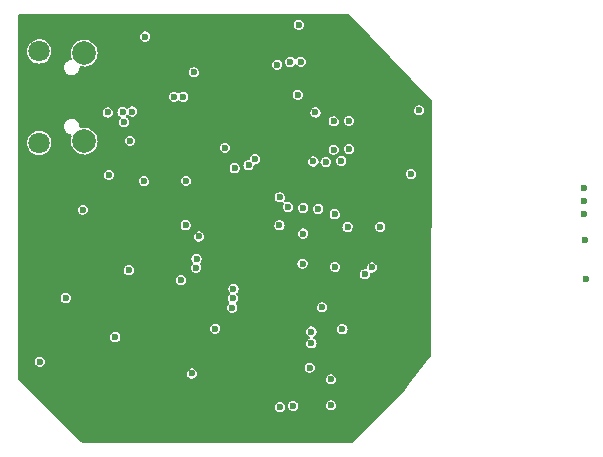
<source format=gbr>
%TF.GenerationSoftware,KiCad,Pcbnew,6.0.5-a6ca702e91~116~ubuntu20.04.1*%
%TF.CreationDate,2022-07-26T15:57:37+01:00*%
%TF.ProjectId,sd-mux,73642d6d-7578-42e6-9b69-6361645f7063,rev?*%
%TF.SameCoordinates,Original*%
%TF.FileFunction,Copper,L2,Inr*%
%TF.FilePolarity,Positive*%
%FSLAX46Y46*%
G04 Gerber Fmt 4.6, Leading zero omitted, Abs format (unit mm)*
G04 Created by KiCad (PCBNEW 6.0.5-a6ca702e91~116~ubuntu20.04.1) date 2022-07-26 15:57:37*
%MOMM*%
%LPD*%
G01*
G04 APERTURE LIST*
%TA.AperFunction,ComponentPad*%
%ADD10C,2.000000*%
%TD*%
%TA.AperFunction,ComponentPad*%
%ADD11C,1.800000*%
%TD*%
%TA.AperFunction,ViaPad*%
%ADD12C,0.600000*%
%TD*%
G04 APERTURE END LIST*
D10*
%TO.N,Net-(C8-Pad1)*%
%TO.C,J1*%
X180005000Y-90030000D03*
D11*
X176205000Y-89880000D03*
X176205000Y-97630000D03*
D10*
X180005000Y-97480000D03*
%TD*%
D12*
%TO.N,GND*%
X190575000Y-100900000D03*
X180950000Y-96075000D03*
X177700000Y-96075000D03*
X192225000Y-87250000D03*
%TO.N,/VD33*%
X185175000Y-88625000D03*
%TO.N,GND*%
X184875000Y-90300000D03*
X186875000Y-93750000D03*
X179375000Y-110925000D03*
X179650000Y-112450000D03*
X179675000Y-113325000D03*
X178925000Y-114850000D03*
X195800000Y-112800000D03*
%TO.N,Net-(R12-Pad2)*%
X189475000Y-108200000D03*
X192550000Y-111575000D03*
%TO.N,Net-(R11-Pad2)*%
X189520541Y-107427641D03*
X192600000Y-110775000D03*
%TO.N,/VCCIO*%
X189725000Y-105550000D03*
X192650000Y-109975000D03*
%TO.N,GND*%
X195875000Y-98279500D03*
X198425000Y-96550000D03*
%TO.N,/VD33*%
X208375000Y-94875000D03*
X198175000Y-87625000D03*
%TO.N,/SD_MUX_SEL*%
X198350000Y-90750000D03*
%TO.N,GND*%
X200625000Y-93025000D03*
X207650000Y-99425000D03*
X204725000Y-97225000D03*
X192350000Y-118350000D03*
%TO.N,/SD_nCD*%
X189125000Y-117150000D03*
%TO.N,GND*%
X204375000Y-112575000D03*
%TO.N,Net-(R4-Pad2)*%
X207675000Y-100250000D03*
X199400000Y-99200000D03*
%TO.N,/VD33*%
X204375000Y-108175000D03*
%TO.N,Net-(R16-Pad1)*%
X193925000Y-99525000D03*
%TO.N,/SD_nCD*%
X194475000Y-99000000D03*
%TO.N,GND*%
X195554500Y-100650000D03*
%TO.N,Net-(C13-Pad1)*%
X191927498Y-98025000D03*
%TO.N,/VD33*%
X188600000Y-104575000D03*
%TO.N,GND*%
X186925000Y-104675000D03*
%TO.N,Net-(C11-Pad1)*%
X188625000Y-100825000D03*
%TO.N,GND*%
X182775000Y-87775000D03*
X178000000Y-88925000D03*
X181075000Y-98725000D03*
X179875000Y-100050000D03*
%TO.N,/XTAL1*%
X179900000Y-103275000D03*
%TO.N,/XTAL2*%
X182100000Y-100325000D03*
%TO.N,/XTAL1*%
X183887088Y-97445372D03*
%TO.N,/XTAL2*%
X183395586Y-95879414D03*
%TO.N,GND*%
X196100000Y-88600000D03*
%TO.N,/VBUS*%
X182650000Y-114075000D03*
%TO.N,GND*%
X182525000Y-104100000D03*
%TO.N,/VD33*%
X201237134Y-108125000D03*
%TO.N,Net-(FB2-Pad2)*%
X182000000Y-95050000D03*
%TO.N,GND*%
X208400000Y-107000000D03*
X183375000Y-115850000D03*
X184103409Y-94196591D03*
X178300000Y-112675000D03*
X187550000Y-106950000D03*
X199150000Y-108250000D03*
X202150000Y-119400000D03*
X186450000Y-110300000D03*
X191929951Y-98820165D03*
X198800000Y-119900000D03*
X190850000Y-119650000D03*
%TO.N,/VD33*%
X196600000Y-120000000D03*
X178450000Y-110750000D03*
X191100000Y-113350000D03*
%TO.N,/VBUS*%
X176250000Y-116150000D03*
X188209700Y-109250000D03*
%TO.N,/SD_MUX_SEL*%
X196570600Y-102235000D03*
X198551800Y-105304100D03*
%TO.N,/SD_D1_DUT*%
X222478600Y-109118400D03*
X196545200Y-104597200D03*
%TO.N,/SD_D0_DUT*%
X202311000Y-104749600D03*
X205079600Y-104749600D03*
%TO.N,/SD_D0*%
X198500000Y-107850000D03*
%TO.N,/SD_D1*%
X200900000Y-117650000D03*
X200150000Y-111550000D03*
X200900000Y-119850000D03*
%TO.N,/SD_D2*%
X199250000Y-113600000D03*
%TO.N,/SD_D3*%
X199250000Y-114600000D03*
%TO.N,/SD_CLK*%
X197700000Y-119900000D03*
%TO.N,/SD_CMD*%
X199100000Y-116650000D03*
X203775000Y-108750000D03*
X201872500Y-113400000D03*
%TO.N,/SD_D2_HUB*%
X202438000Y-95758000D03*
X188400000Y-93736498D03*
X197456278Y-90776278D03*
X202438000Y-98145600D03*
%TO.N,/SD_CMD_HUB*%
X201777600Y-99161600D03*
X198096209Y-93546591D03*
%TO.N,/SD_D3_HUB*%
X201142600Y-95808800D03*
X196350000Y-91000000D03*
X189300000Y-91650000D03*
X201142600Y-98196400D03*
%TO.N,/SD_CLK_HUB*%
X200482200Y-99237800D03*
X199593200Y-95046800D03*
%TO.N,/SD_CLK_DUT*%
X222377000Y-105867200D03*
X199821800Y-103225600D03*
%TO.N,/SD_D3_DUT*%
X222326200Y-102565200D03*
X198551800Y-103149400D03*
%TO.N,/SD_CMD_DUT*%
X201218800Y-103657400D03*
X222351600Y-103657400D03*
%TO.N,/SD_D2_DUT*%
X222351600Y-101447600D03*
X197256400Y-103047800D03*
%TO.N,Net-(C13-Pad1)*%
X192750000Y-99750000D03*
X187623458Y-93714897D03*
%TO.N,/USBUP_D_N*%
X183261000Y-94996000D03*
%TO.N,/USBUP_D_P*%
X184073800Y-94970600D03*
%TO.N,/USBDN_D_P2*%
X183792509Y-108380837D03*
X185064400Y-100863400D03*
%TD*%
%TA.AperFunction,Conductor*%
%TO.N,GND*%
G36*
X202413717Y-86721002D02*
G01*
X202436808Y-86740073D01*
X209427615Y-94075496D01*
X209460132Y-94138608D01*
X209462401Y-94163043D01*
X209356681Y-115659534D01*
X209336345Y-115727555D01*
X209330330Y-115736027D01*
X207515318Y-118081427D01*
X207171705Y-118525451D01*
X207161153Y-118537433D01*
X202736491Y-122962095D01*
X202674179Y-122996121D01*
X202647396Y-122999000D01*
X179852604Y-122999000D01*
X179784483Y-122978998D01*
X179763509Y-122962095D01*
X176796100Y-119994686D01*
X196165105Y-119994686D01*
X196166269Y-120003587D01*
X196166269Y-120003591D01*
X196168857Y-120023380D01*
X196181095Y-120116960D01*
X196230759Y-120229832D01*
X196310107Y-120324228D01*
X196412759Y-120392559D01*
X196530463Y-120429332D01*
X196539433Y-120429496D01*
X196539437Y-120429497D01*
X196595133Y-120430517D01*
X196653758Y-120431592D01*
X196713244Y-120415374D01*
X196764067Y-120401518D01*
X196764068Y-120401518D01*
X196772730Y-120399156D01*
X196780382Y-120394458D01*
X196870165Y-120339332D01*
X196870168Y-120339329D01*
X196877817Y-120334633D01*
X196885039Y-120326655D01*
X196954543Y-120249868D01*
X196954544Y-120249866D01*
X196960571Y-120243208D01*
X196967356Y-120229205D01*
X197010424Y-120140311D01*
X197010424Y-120140310D01*
X197014338Y-120132232D01*
X197033524Y-120018192D01*
X197063887Y-119955700D01*
X197049915Y-119946488D01*
X197236637Y-119946488D01*
X197254946Y-119958882D01*
X197279137Y-120005215D01*
X197279931Y-120008059D01*
X197281095Y-120016960D01*
X197330759Y-120129832D01*
X197410107Y-120224228D01*
X197432797Y-120239332D01*
X197496284Y-120281592D01*
X197512759Y-120292559D01*
X197630463Y-120329332D01*
X197639433Y-120329496D01*
X197639437Y-120329497D01*
X197695133Y-120330517D01*
X197753758Y-120331592D01*
X197813244Y-120315374D01*
X197864067Y-120301518D01*
X197864068Y-120301518D01*
X197872730Y-120299156D01*
X197880382Y-120294458D01*
X197970165Y-120239332D01*
X197970168Y-120239329D01*
X197977817Y-120234633D01*
X197987236Y-120224228D01*
X198054543Y-120149868D01*
X198054544Y-120149866D01*
X198060571Y-120143208D01*
X198077601Y-120108059D01*
X198110424Y-120040311D01*
X198110424Y-120040310D01*
X198114338Y-120032232D01*
X198134797Y-119910626D01*
X198134927Y-119900000D01*
X198134153Y-119894591D01*
X198127006Y-119844686D01*
X200465105Y-119844686D01*
X200466269Y-119853587D01*
X200466269Y-119853591D01*
X200479919Y-119957971D01*
X200481095Y-119966960D01*
X200530759Y-120079832D01*
X200610107Y-120174228D01*
X200617585Y-120179205D01*
X200617584Y-120179205D01*
X200701590Y-120235124D01*
X200712759Y-120242559D01*
X200830463Y-120279332D01*
X200839433Y-120279496D01*
X200839437Y-120279497D01*
X200895133Y-120280517D01*
X200953758Y-120281592D01*
X201013244Y-120265374D01*
X201064067Y-120251518D01*
X201064068Y-120251518D01*
X201072730Y-120249156D01*
X201080382Y-120244458D01*
X201170165Y-120189332D01*
X201170168Y-120189329D01*
X201177817Y-120184633D01*
X201187236Y-120174228D01*
X201254543Y-120099868D01*
X201254544Y-120099866D01*
X201260571Y-120093208D01*
X201290114Y-120032232D01*
X201310424Y-119990311D01*
X201310424Y-119990310D01*
X201314338Y-119982232D01*
X201334797Y-119860626D01*
X201334927Y-119850000D01*
X201332896Y-119835814D01*
X201318718Y-119736817D01*
X201318717Y-119736815D01*
X201317445Y-119727930D01*
X201288376Y-119663996D01*
X201270122Y-119623848D01*
X201270120Y-119623845D01*
X201266405Y-119615674D01*
X201185910Y-119522255D01*
X201082431Y-119455183D01*
X201073829Y-119452611D01*
X201073826Y-119452609D01*
X200972889Y-119422423D01*
X200972890Y-119422423D01*
X200964286Y-119419850D01*
X200955310Y-119419795D01*
X200955309Y-119419795D01*
X200904336Y-119419484D01*
X200840974Y-119419097D01*
X200722406Y-119452984D01*
X200618115Y-119518786D01*
X200536485Y-119611215D01*
X200484077Y-119722840D01*
X200482697Y-119731705D01*
X200482696Y-119731707D01*
X200476135Y-119773848D01*
X200465105Y-119844686D01*
X198127006Y-119844686D01*
X198118718Y-119786817D01*
X198118717Y-119786815D01*
X198117445Y-119777930D01*
X198072489Y-119679055D01*
X198070122Y-119673848D01*
X198070120Y-119673845D01*
X198066405Y-119665674D01*
X197985910Y-119572255D01*
X197882431Y-119505183D01*
X197873829Y-119502611D01*
X197873826Y-119502609D01*
X197772889Y-119472423D01*
X197772890Y-119472423D01*
X197764286Y-119469850D01*
X197755310Y-119469795D01*
X197755309Y-119469795D01*
X197704336Y-119469484D01*
X197640974Y-119469097D01*
X197522406Y-119502984D01*
X197418115Y-119568786D01*
X197412173Y-119575514D01*
X197412172Y-119575515D01*
X197386586Y-119604486D01*
X197336485Y-119661215D01*
X197284077Y-119772840D01*
X197282697Y-119781703D01*
X197282696Y-119781706D01*
X197274272Y-119835814D01*
X197269662Y-119865423D01*
X197267058Y-119882145D01*
X197236814Y-119946377D01*
X197236637Y-119946488D01*
X197049915Y-119946488D01*
X197046378Y-119944156D01*
X197024104Y-119894591D01*
X197021236Y-119895429D01*
X197018718Y-119886817D01*
X197017445Y-119877930D01*
X196996921Y-119832791D01*
X196970122Y-119773848D01*
X196970120Y-119773845D01*
X196966405Y-119765674D01*
X196885910Y-119672255D01*
X196782431Y-119605183D01*
X196773829Y-119602611D01*
X196773826Y-119602609D01*
X196672889Y-119572423D01*
X196672890Y-119572423D01*
X196664286Y-119569850D01*
X196655310Y-119569795D01*
X196655309Y-119569795D01*
X196604336Y-119569484D01*
X196540974Y-119569097D01*
X196422406Y-119602984D01*
X196318115Y-119668786D01*
X196236485Y-119761215D01*
X196184077Y-119872840D01*
X196182697Y-119881705D01*
X196182696Y-119881707D01*
X196170680Y-119958882D01*
X196165105Y-119994686D01*
X176796100Y-119994686D01*
X174446100Y-117644686D01*
X200465105Y-117644686D01*
X200466269Y-117653587D01*
X200466269Y-117653591D01*
X200479919Y-117757971D01*
X200481095Y-117766960D01*
X200530759Y-117879832D01*
X200610107Y-117974228D01*
X200712759Y-118042559D01*
X200830463Y-118079332D01*
X200839433Y-118079496D01*
X200839437Y-118079497D01*
X200895133Y-118080517D01*
X200953758Y-118081592D01*
X201013244Y-118065374D01*
X201064067Y-118051518D01*
X201064068Y-118051518D01*
X201072730Y-118049156D01*
X201080382Y-118044458D01*
X201170165Y-117989332D01*
X201170168Y-117989329D01*
X201177817Y-117984633D01*
X201187236Y-117974228D01*
X201254543Y-117899868D01*
X201254544Y-117899866D01*
X201260571Y-117893208D01*
X201314338Y-117782232D01*
X201334797Y-117660626D01*
X201334927Y-117650000D01*
X201332993Y-117636491D01*
X201318718Y-117536817D01*
X201318717Y-117536815D01*
X201317445Y-117527930D01*
X201266405Y-117415674D01*
X201185910Y-117322255D01*
X201082431Y-117255183D01*
X201073829Y-117252611D01*
X201073826Y-117252609D01*
X200972889Y-117222423D01*
X200972890Y-117222423D01*
X200964286Y-117219850D01*
X200955310Y-117219795D01*
X200955309Y-117219795D01*
X200904336Y-117219484D01*
X200840974Y-117219097D01*
X200722406Y-117252984D01*
X200618115Y-117318786D01*
X200536485Y-117411215D01*
X200484077Y-117522840D01*
X200482697Y-117531705D01*
X200482696Y-117531707D01*
X200471944Y-117600765D01*
X200465105Y-117644686D01*
X174446100Y-117644686D01*
X174437905Y-117636491D01*
X174403879Y-117574179D01*
X174401000Y-117547396D01*
X174401000Y-117144686D01*
X188690105Y-117144686D01*
X188691269Y-117153587D01*
X188691269Y-117153591D01*
X188699836Y-117219097D01*
X188706095Y-117266960D01*
X188755759Y-117379832D01*
X188835107Y-117474228D01*
X188937759Y-117542559D01*
X189055463Y-117579332D01*
X189064433Y-117579496D01*
X189064437Y-117579497D01*
X189120133Y-117580517D01*
X189178758Y-117581592D01*
X189238244Y-117565374D01*
X189289067Y-117551518D01*
X189289068Y-117551518D01*
X189297730Y-117549156D01*
X189305382Y-117544458D01*
X189395165Y-117489332D01*
X189395168Y-117489329D01*
X189402817Y-117484633D01*
X189412236Y-117474228D01*
X189479543Y-117399868D01*
X189479544Y-117399866D01*
X189485571Y-117393208D01*
X189539338Y-117282232D01*
X189559797Y-117160626D01*
X189559927Y-117150000D01*
X189557896Y-117135814D01*
X189543718Y-117036817D01*
X189543717Y-117036815D01*
X189542445Y-117027930D01*
X189491405Y-116915674D01*
X189410910Y-116822255D01*
X189307431Y-116755183D01*
X189298829Y-116752611D01*
X189298826Y-116752609D01*
X189197889Y-116722423D01*
X189197890Y-116722423D01*
X189189286Y-116719850D01*
X189180310Y-116719795D01*
X189180309Y-116719795D01*
X189129336Y-116719484D01*
X189065974Y-116719097D01*
X188947406Y-116752984D01*
X188843115Y-116818786D01*
X188761485Y-116911215D01*
X188709077Y-117022840D01*
X188707697Y-117031705D01*
X188707696Y-117031707D01*
X188699955Y-117081427D01*
X188690105Y-117144686D01*
X174401000Y-117144686D01*
X174401000Y-116644686D01*
X198665105Y-116644686D01*
X198666269Y-116653587D01*
X198666269Y-116653591D01*
X198674836Y-116719097D01*
X198681095Y-116766960D01*
X198730759Y-116879832D01*
X198810107Y-116974228D01*
X198912759Y-117042559D01*
X199030463Y-117079332D01*
X199039433Y-117079496D01*
X199039437Y-117079497D01*
X199095133Y-117080517D01*
X199153758Y-117081592D01*
X199213244Y-117065374D01*
X199264067Y-117051518D01*
X199264068Y-117051518D01*
X199272730Y-117049156D01*
X199280382Y-117044458D01*
X199370165Y-116989332D01*
X199370168Y-116989329D01*
X199377817Y-116984633D01*
X199387236Y-116974228D01*
X199454543Y-116899868D01*
X199454544Y-116899866D01*
X199460571Y-116893208D01*
X199514338Y-116782232D01*
X199534797Y-116660626D01*
X199534927Y-116650000D01*
X199532896Y-116635814D01*
X199518718Y-116536817D01*
X199518717Y-116536815D01*
X199517445Y-116527930D01*
X199466405Y-116415674D01*
X199385910Y-116322255D01*
X199282431Y-116255183D01*
X199273829Y-116252611D01*
X199273826Y-116252609D01*
X199172889Y-116222423D01*
X199172890Y-116222423D01*
X199164286Y-116219850D01*
X199155310Y-116219795D01*
X199155309Y-116219795D01*
X199104336Y-116219484D01*
X199040974Y-116219097D01*
X198922406Y-116252984D01*
X198818115Y-116318786D01*
X198736485Y-116411215D01*
X198684077Y-116522840D01*
X198682697Y-116531705D01*
X198682696Y-116531707D01*
X198674955Y-116581427D01*
X198665105Y-116644686D01*
X174401000Y-116644686D01*
X174401000Y-116144686D01*
X175815105Y-116144686D01*
X175816269Y-116153587D01*
X175816269Y-116153591D01*
X175822449Y-116200847D01*
X175831095Y-116266960D01*
X175880759Y-116379832D01*
X175960107Y-116474228D01*
X176062759Y-116542559D01*
X176180463Y-116579332D01*
X176189433Y-116579496D01*
X176189437Y-116579497D01*
X176245133Y-116580517D01*
X176303758Y-116581592D01*
X176363244Y-116565374D01*
X176414067Y-116551518D01*
X176414068Y-116551518D01*
X176422730Y-116549156D01*
X176430382Y-116544458D01*
X176520165Y-116489332D01*
X176520168Y-116489329D01*
X176527817Y-116484633D01*
X176537236Y-116474228D01*
X176604543Y-116399868D01*
X176604544Y-116399866D01*
X176610571Y-116393208D01*
X176664338Y-116282232D01*
X176684797Y-116160626D01*
X176684927Y-116150000D01*
X176682896Y-116135814D01*
X176668718Y-116036817D01*
X176668717Y-116036815D01*
X176667445Y-116027930D01*
X176616405Y-115915674D01*
X176535910Y-115822255D01*
X176432431Y-115755183D01*
X176423829Y-115752611D01*
X176423826Y-115752609D01*
X176322889Y-115722423D01*
X176322890Y-115722423D01*
X176314286Y-115719850D01*
X176305310Y-115719795D01*
X176305309Y-115719795D01*
X176254336Y-115719484D01*
X176190974Y-115719097D01*
X176072406Y-115752984D01*
X175968115Y-115818786D01*
X175886485Y-115911215D01*
X175834077Y-116022840D01*
X175832697Y-116031705D01*
X175832696Y-116031707D01*
X175831901Y-116036817D01*
X175815105Y-116144686D01*
X174401000Y-116144686D01*
X174401000Y-114594686D01*
X198815105Y-114594686D01*
X198816269Y-114603587D01*
X198816269Y-114603591D01*
X198829919Y-114707971D01*
X198831095Y-114716960D01*
X198880759Y-114829832D01*
X198960107Y-114924228D01*
X199062759Y-114992559D01*
X199180463Y-115029332D01*
X199189433Y-115029496D01*
X199189437Y-115029497D01*
X199245133Y-115030517D01*
X199303758Y-115031592D01*
X199363244Y-115015374D01*
X199414067Y-115001518D01*
X199414068Y-115001518D01*
X199422730Y-114999156D01*
X199430382Y-114994458D01*
X199520165Y-114939332D01*
X199520168Y-114939329D01*
X199527817Y-114934633D01*
X199537236Y-114924228D01*
X199604543Y-114849868D01*
X199604544Y-114849866D01*
X199610571Y-114843208D01*
X199664338Y-114732232D01*
X199684797Y-114610626D01*
X199684927Y-114600000D01*
X199682896Y-114585814D01*
X199668718Y-114486817D01*
X199668717Y-114486815D01*
X199667445Y-114477930D01*
X199633924Y-114404205D01*
X199620122Y-114373848D01*
X199620120Y-114373845D01*
X199616405Y-114365674D01*
X199535910Y-114272255D01*
X199432431Y-114205183D01*
X199434454Y-114202062D01*
X199394251Y-114166942D01*
X199374522Y-114098742D01*
X199394797Y-114030702D01*
X199434590Y-113991874D01*
X199527817Y-113934633D01*
X199537236Y-113924228D01*
X199604543Y-113849868D01*
X199604544Y-113849866D01*
X199610571Y-113843208D01*
X199617220Y-113829486D01*
X199660424Y-113740311D01*
X199660424Y-113740310D01*
X199664338Y-113732232D01*
X199684797Y-113610626D01*
X199684927Y-113600000D01*
X199683955Y-113593208D01*
X199668718Y-113486817D01*
X199668717Y-113486815D01*
X199667445Y-113477930D01*
X199632012Y-113400000D01*
X199629596Y-113394686D01*
X201437605Y-113394686D01*
X201438769Y-113403587D01*
X201438769Y-113403591D01*
X201449653Y-113486817D01*
X201453595Y-113516960D01*
X201503259Y-113629832D01*
X201553274Y-113689332D01*
X201576498Y-113716960D01*
X201582607Y-113724228D01*
X201604793Y-113738996D01*
X201668784Y-113781592D01*
X201685259Y-113792559D01*
X201802963Y-113829332D01*
X201811933Y-113829496D01*
X201811937Y-113829497D01*
X201867633Y-113830517D01*
X201926258Y-113831592D01*
X201985744Y-113815374D01*
X202036567Y-113801518D01*
X202036568Y-113801518D01*
X202045230Y-113799156D01*
X202052882Y-113794458D01*
X202142665Y-113739332D01*
X202142668Y-113739329D01*
X202150317Y-113734633D01*
X202159736Y-113724228D01*
X202227043Y-113649868D01*
X202227044Y-113649866D01*
X202233071Y-113643208D01*
X202251213Y-113605764D01*
X202282924Y-113540311D01*
X202282924Y-113540310D01*
X202286838Y-113532232D01*
X202307297Y-113410626D01*
X202307427Y-113400000D01*
X202305396Y-113385814D01*
X202291218Y-113286817D01*
X202291217Y-113286815D01*
X202289945Y-113277930D01*
X202259090Y-113210069D01*
X202242622Y-113173848D01*
X202242620Y-113173845D01*
X202238905Y-113165674D01*
X202158410Y-113072255D01*
X202054931Y-113005183D01*
X202046329Y-113002611D01*
X202046326Y-113002609D01*
X201945389Y-112972423D01*
X201945390Y-112972423D01*
X201936786Y-112969850D01*
X201927810Y-112969795D01*
X201927809Y-112969795D01*
X201876836Y-112969484D01*
X201813474Y-112969097D01*
X201694906Y-113002984D01*
X201590615Y-113068786D01*
X201508985Y-113161215D01*
X201456577Y-113272840D01*
X201455197Y-113281705D01*
X201455196Y-113281707D01*
X201440850Y-113373848D01*
X201437605Y-113394686D01*
X199629596Y-113394686D01*
X199620122Y-113373848D01*
X199620120Y-113373845D01*
X199616405Y-113365674D01*
X199535910Y-113272255D01*
X199432431Y-113205183D01*
X199423829Y-113202611D01*
X199423826Y-113202609D01*
X199322889Y-113172423D01*
X199322890Y-113172423D01*
X199314286Y-113169850D01*
X199305310Y-113169795D01*
X199305309Y-113169795D01*
X199254336Y-113169484D01*
X199190974Y-113169097D01*
X199072406Y-113202984D01*
X198968115Y-113268786D01*
X198962173Y-113275514D01*
X198962172Y-113275515D01*
X198952191Y-113286817D01*
X198886485Y-113361215D01*
X198834077Y-113472840D01*
X198832697Y-113481705D01*
X198832696Y-113481707D01*
X198816594Y-113585124D01*
X198815105Y-113594686D01*
X198816269Y-113603587D01*
X198816269Y-113603591D01*
X198827482Y-113689332D01*
X198831095Y-113716960D01*
X198880759Y-113829832D01*
X198960107Y-113924228D01*
X199016576Y-113961817D01*
X199062759Y-113992559D01*
X199061680Y-113994180D01*
X199106095Y-114033976D01*
X199124964Y-114102419D01*
X199103833Y-114170198D01*
X199066216Y-114206889D01*
X198994194Y-114252332D01*
X198968115Y-114268786D01*
X198962173Y-114275514D01*
X198962172Y-114275515D01*
X198936280Y-114304832D01*
X198886485Y-114361215D01*
X198834077Y-114472840D01*
X198832697Y-114481705D01*
X198832696Y-114481707D01*
X198828822Y-114506592D01*
X198815105Y-114594686D01*
X174401000Y-114594686D01*
X174401000Y-114069686D01*
X182215105Y-114069686D01*
X182216269Y-114078587D01*
X182216269Y-114078591D01*
X182227823Y-114166942D01*
X182231095Y-114191960D01*
X182280759Y-114304832D01*
X182360107Y-114399228D01*
X182462759Y-114467559D01*
X182471329Y-114470236D01*
X182471328Y-114470236D01*
X182524401Y-114486817D01*
X182580463Y-114504332D01*
X182589433Y-114504496D01*
X182589437Y-114504497D01*
X182645133Y-114505517D01*
X182703758Y-114506592D01*
X182795034Y-114481707D01*
X182814067Y-114476518D01*
X182814068Y-114476518D01*
X182822730Y-114474156D01*
X182830382Y-114469458D01*
X182920165Y-114414332D01*
X182920168Y-114414329D01*
X182927817Y-114409633D01*
X182937236Y-114399228D01*
X183004543Y-114324868D01*
X183004544Y-114324866D01*
X183010571Y-114318208D01*
X183029541Y-114279055D01*
X183060424Y-114215311D01*
X183060424Y-114215310D01*
X183064338Y-114207232D01*
X183084797Y-114085626D01*
X183084927Y-114075000D01*
X183082896Y-114060814D01*
X183068718Y-113961817D01*
X183068717Y-113961815D01*
X183067445Y-113952930D01*
X183046921Y-113907791D01*
X183020122Y-113848848D01*
X183020120Y-113848845D01*
X183016405Y-113840674D01*
X182935910Y-113747255D01*
X182832431Y-113680183D01*
X182823829Y-113677611D01*
X182823826Y-113677609D01*
X182722889Y-113647423D01*
X182722890Y-113647423D01*
X182714286Y-113644850D01*
X182705310Y-113644795D01*
X182705309Y-113644795D01*
X182654336Y-113644484D01*
X182590974Y-113644097D01*
X182472406Y-113677984D01*
X182368115Y-113743786D01*
X182286485Y-113836215D01*
X182234077Y-113947840D01*
X182232697Y-113956705D01*
X182232696Y-113956707D01*
X182226087Y-113999156D01*
X182215105Y-114069686D01*
X174401000Y-114069686D01*
X174401000Y-113344686D01*
X190665105Y-113344686D01*
X190666269Y-113353587D01*
X190666269Y-113353591D01*
X190673092Y-113405764D01*
X190681095Y-113466960D01*
X190730759Y-113579832D01*
X190810107Y-113674228D01*
X190817585Y-113679205D01*
X190817584Y-113679205D01*
X190892698Y-113729205D01*
X190912759Y-113742559D01*
X191030463Y-113779332D01*
X191039433Y-113779496D01*
X191039437Y-113779497D01*
X191095133Y-113780517D01*
X191153758Y-113781592D01*
X191254761Y-113754055D01*
X191264067Y-113751518D01*
X191264068Y-113751518D01*
X191272730Y-113749156D01*
X191281476Y-113743786D01*
X191370165Y-113689332D01*
X191370168Y-113689329D01*
X191377817Y-113684633D01*
X191387236Y-113674228D01*
X191454543Y-113599868D01*
X191454544Y-113599866D01*
X191460571Y-113593208D01*
X191490114Y-113532232D01*
X191510424Y-113490311D01*
X191510424Y-113490310D01*
X191514338Y-113482232D01*
X191534797Y-113360626D01*
X191534927Y-113350000D01*
X191532896Y-113335814D01*
X191518718Y-113236817D01*
X191518717Y-113236815D01*
X191517445Y-113227930D01*
X191491817Y-113171564D01*
X191470122Y-113123848D01*
X191470120Y-113123845D01*
X191466405Y-113115674D01*
X191385910Y-113022255D01*
X191282431Y-112955183D01*
X191273829Y-112952611D01*
X191273826Y-112952609D01*
X191172889Y-112922423D01*
X191172890Y-112922423D01*
X191164286Y-112919850D01*
X191155310Y-112919795D01*
X191155309Y-112919795D01*
X191104336Y-112919484D01*
X191040974Y-112919097D01*
X190922406Y-112952984D01*
X190818115Y-113018786D01*
X190736485Y-113111215D01*
X190684077Y-113222840D01*
X190682697Y-113231705D01*
X190682696Y-113231707D01*
X190676292Y-113272840D01*
X190665105Y-113344686D01*
X174401000Y-113344686D01*
X174401000Y-111569686D01*
X192115105Y-111569686D01*
X192116269Y-111578587D01*
X192116269Y-111578591D01*
X192126662Y-111658059D01*
X192131095Y-111691960D01*
X192180759Y-111804832D01*
X192239092Y-111874228D01*
X192251789Y-111889332D01*
X192260107Y-111899228D01*
X192362759Y-111967559D01*
X192480463Y-112004332D01*
X192489433Y-112004496D01*
X192489437Y-112004497D01*
X192545133Y-112005517D01*
X192603758Y-112006592D01*
X192663244Y-111990374D01*
X192714067Y-111976518D01*
X192714068Y-111976518D01*
X192722730Y-111974156D01*
X192730382Y-111969458D01*
X192820165Y-111914332D01*
X192820168Y-111914329D01*
X192827817Y-111909633D01*
X192837236Y-111899228D01*
X192904543Y-111824868D01*
X192904544Y-111824866D01*
X192910571Y-111818208D01*
X192922684Y-111793208D01*
X192960424Y-111715311D01*
X192960424Y-111715310D01*
X192964338Y-111707232D01*
X192984797Y-111585626D01*
X192984927Y-111575000D01*
X192983556Y-111565423D01*
X192980586Y-111544686D01*
X199715105Y-111544686D01*
X199716269Y-111553587D01*
X199716269Y-111553591D01*
X199721086Y-111590423D01*
X199731095Y-111666960D01*
X199780759Y-111779832D01*
X199860107Y-111874228D01*
X199962759Y-111942559D01*
X199971329Y-111945236D01*
X199971328Y-111945236D01*
X200071456Y-111976518D01*
X200080463Y-111979332D01*
X200089433Y-111979496D01*
X200089437Y-111979497D01*
X200145133Y-111980517D01*
X200203758Y-111981592D01*
X200263244Y-111965374D01*
X200314067Y-111951518D01*
X200314068Y-111951518D01*
X200322730Y-111949156D01*
X200330382Y-111944458D01*
X200420165Y-111889332D01*
X200420168Y-111889329D01*
X200427817Y-111884633D01*
X200437236Y-111874228D01*
X200504543Y-111799868D01*
X200504544Y-111799866D01*
X200510571Y-111793208D01*
X200548312Y-111715311D01*
X200560424Y-111690311D01*
X200560424Y-111690310D01*
X200564338Y-111682232D01*
X200584797Y-111560626D01*
X200584927Y-111550000D01*
X200582896Y-111535814D01*
X200568718Y-111436817D01*
X200568717Y-111436815D01*
X200567445Y-111427930D01*
X200546921Y-111382791D01*
X200520122Y-111323848D01*
X200520120Y-111323845D01*
X200516405Y-111315674D01*
X200435910Y-111222255D01*
X200332431Y-111155183D01*
X200323829Y-111152611D01*
X200323826Y-111152609D01*
X200222889Y-111122423D01*
X200222890Y-111122423D01*
X200214286Y-111119850D01*
X200205310Y-111119795D01*
X200205309Y-111119795D01*
X200154336Y-111119484D01*
X200090974Y-111119097D01*
X199972406Y-111152984D01*
X199868115Y-111218786D01*
X199786485Y-111311215D01*
X199734077Y-111422840D01*
X199732697Y-111431705D01*
X199732696Y-111431707D01*
X199728804Y-111456707D01*
X199715105Y-111544686D01*
X192980586Y-111544686D01*
X192968718Y-111461817D01*
X192968717Y-111461815D01*
X192967445Y-111452930D01*
X192916405Y-111340674D01*
X192867195Y-111283563D01*
X192837881Y-111218900D01*
X192848180Y-111148655D01*
X192877998Y-111109797D01*
X192877817Y-111109633D01*
X192879832Y-111107407D01*
X192879833Y-111107406D01*
X192887236Y-111099228D01*
X192954543Y-111024868D01*
X192954544Y-111024866D01*
X192960571Y-111018208D01*
X192972684Y-110993208D01*
X193010424Y-110915311D01*
X193010424Y-110915310D01*
X193014338Y-110907232D01*
X193034797Y-110785626D01*
X193034927Y-110775000D01*
X193033556Y-110765423D01*
X193018718Y-110661817D01*
X193018717Y-110661815D01*
X193017445Y-110652930D01*
X192966405Y-110540674D01*
X192917195Y-110483563D01*
X192887881Y-110418900D01*
X192898180Y-110348655D01*
X192927998Y-110309797D01*
X192927817Y-110309633D01*
X192929832Y-110307407D01*
X192929833Y-110307406D01*
X192937236Y-110299228D01*
X193004543Y-110224868D01*
X193004544Y-110224866D01*
X193010571Y-110218208D01*
X193019764Y-110199235D01*
X193060424Y-110115311D01*
X193060424Y-110115310D01*
X193064338Y-110107232D01*
X193084797Y-109985626D01*
X193084927Y-109975000D01*
X193082896Y-109960814D01*
X193068718Y-109861817D01*
X193068717Y-109861815D01*
X193067445Y-109852930D01*
X193016405Y-109740674D01*
X192935910Y-109647255D01*
X192832431Y-109580183D01*
X192823829Y-109577611D01*
X192823826Y-109577609D01*
X192722889Y-109547423D01*
X192722890Y-109547423D01*
X192714286Y-109544850D01*
X192705310Y-109544795D01*
X192705309Y-109544795D01*
X192654336Y-109544484D01*
X192590974Y-109544097D01*
X192472406Y-109577984D01*
X192368115Y-109643786D01*
X192286485Y-109736215D01*
X192234077Y-109847840D01*
X192232697Y-109856705D01*
X192232696Y-109856707D01*
X192231901Y-109861817D01*
X192215105Y-109969686D01*
X192216269Y-109978587D01*
X192216269Y-109978591D01*
X192229919Y-110082971D01*
X192231095Y-110091960D01*
X192280759Y-110204832D01*
X192286536Y-110211704D01*
X192333669Y-110267776D01*
X192362190Y-110332791D01*
X192351034Y-110402906D01*
X192321116Y-110441892D01*
X192318115Y-110443786D01*
X192236485Y-110536215D01*
X192184077Y-110647840D01*
X192182697Y-110656705D01*
X192182696Y-110656707D01*
X192166516Y-110760626D01*
X192165105Y-110769686D01*
X192166269Y-110778587D01*
X192166269Y-110778591D01*
X192176662Y-110858059D01*
X192181095Y-110891960D01*
X192230759Y-111004832D01*
X192283669Y-111067776D01*
X192312190Y-111132791D01*
X192301034Y-111202906D01*
X192271116Y-111241892D01*
X192268115Y-111243786D01*
X192186485Y-111336215D01*
X192134077Y-111447840D01*
X192132697Y-111456705D01*
X192132696Y-111456707D01*
X192116516Y-111560626D01*
X192115105Y-111569686D01*
X174401000Y-111569686D01*
X174401000Y-110744686D01*
X178015105Y-110744686D01*
X178016269Y-110753587D01*
X178016269Y-110753591D01*
X178021086Y-110790423D01*
X178031095Y-110866960D01*
X178080759Y-110979832D01*
X178160107Y-111074228D01*
X178262759Y-111142559D01*
X178296128Y-111152984D01*
X178363896Y-111174156D01*
X178380463Y-111179332D01*
X178389433Y-111179496D01*
X178389437Y-111179497D01*
X178445133Y-111180517D01*
X178503758Y-111181592D01*
X178600624Y-111155183D01*
X178614067Y-111151518D01*
X178614068Y-111151518D01*
X178622730Y-111149156D01*
X178630382Y-111144458D01*
X178720165Y-111089332D01*
X178720168Y-111089329D01*
X178727817Y-111084633D01*
X178737236Y-111074228D01*
X178804543Y-110999868D01*
X178804544Y-110999866D01*
X178810571Y-110993208D01*
X178848312Y-110915311D01*
X178860424Y-110890311D01*
X178860424Y-110890310D01*
X178864338Y-110882232D01*
X178884797Y-110760626D01*
X178884927Y-110750000D01*
X178882896Y-110735814D01*
X178868718Y-110636817D01*
X178868717Y-110636815D01*
X178867445Y-110627930D01*
X178846921Y-110582791D01*
X178820122Y-110523848D01*
X178820120Y-110523845D01*
X178816405Y-110515674D01*
X178735910Y-110422255D01*
X178632431Y-110355183D01*
X178623829Y-110352611D01*
X178623826Y-110352609D01*
X178522889Y-110322423D01*
X178522890Y-110322423D01*
X178514286Y-110319850D01*
X178505310Y-110319795D01*
X178505309Y-110319795D01*
X178454336Y-110319484D01*
X178390974Y-110319097D01*
X178272406Y-110352984D01*
X178168115Y-110418786D01*
X178086485Y-110511215D01*
X178034077Y-110622840D01*
X178032697Y-110631705D01*
X178032696Y-110631707D01*
X178028804Y-110656707D01*
X178015105Y-110744686D01*
X174401000Y-110744686D01*
X174401000Y-109244686D01*
X187774805Y-109244686D01*
X187775969Y-109253587D01*
X187775969Y-109253591D01*
X187789619Y-109357971D01*
X187790795Y-109366960D01*
X187840459Y-109479832D01*
X187919807Y-109574228D01*
X188022459Y-109642559D01*
X188140163Y-109679332D01*
X188149133Y-109679496D01*
X188149137Y-109679497D01*
X188204833Y-109680517D01*
X188263458Y-109681592D01*
X188364461Y-109654055D01*
X188373767Y-109651518D01*
X188373768Y-109651518D01*
X188382430Y-109649156D01*
X188391176Y-109643786D01*
X188479865Y-109589332D01*
X188479868Y-109589329D01*
X188487517Y-109584633D01*
X188496936Y-109574228D01*
X188564243Y-109499868D01*
X188564244Y-109499866D01*
X188570271Y-109493208D01*
X188624038Y-109382232D01*
X188644497Y-109260626D01*
X188644627Y-109250000D01*
X188642596Y-109235814D01*
X188628418Y-109136817D01*
X188628417Y-109136815D01*
X188627145Y-109127930D01*
X188576105Y-109015674D01*
X188495610Y-108922255D01*
X188392131Y-108855183D01*
X188383529Y-108852611D01*
X188383526Y-108852609D01*
X188282589Y-108822423D01*
X188282590Y-108822423D01*
X188273986Y-108819850D01*
X188265010Y-108819795D01*
X188265009Y-108819795D01*
X188214036Y-108819484D01*
X188150674Y-108819097D01*
X188032106Y-108852984D01*
X187927815Y-108918786D01*
X187846185Y-109011215D01*
X187793777Y-109122840D01*
X187792397Y-109131705D01*
X187792396Y-109131707D01*
X187784655Y-109181427D01*
X187774805Y-109244686D01*
X174401000Y-109244686D01*
X174401000Y-108375523D01*
X183357614Y-108375523D01*
X183358778Y-108384424D01*
X183358778Y-108384428D01*
X183367903Y-108454205D01*
X183373604Y-108497797D01*
X183423268Y-108610669D01*
X183502616Y-108705065D01*
X183605268Y-108773396D01*
X183722972Y-108810169D01*
X183731942Y-108810333D01*
X183731946Y-108810334D01*
X183787642Y-108811354D01*
X183846267Y-108812429D01*
X183905753Y-108796211D01*
X183956576Y-108782355D01*
X183956577Y-108782355D01*
X183965239Y-108779993D01*
X183972891Y-108775295D01*
X184022743Y-108744686D01*
X203340105Y-108744686D01*
X203341269Y-108753587D01*
X203341269Y-108753591D01*
X203344722Y-108779993D01*
X203356095Y-108866960D01*
X203405759Y-108979832D01*
X203485107Y-109074228D01*
X203587759Y-109142559D01*
X203705463Y-109179332D01*
X203714433Y-109179496D01*
X203714437Y-109179497D01*
X203770133Y-109180517D01*
X203828758Y-109181592D01*
X203888244Y-109165374D01*
X203939067Y-109151518D01*
X203939068Y-109151518D01*
X203947730Y-109149156D01*
X203955382Y-109144458D01*
X204045165Y-109089332D01*
X204045168Y-109089329D01*
X204052817Y-109084633D01*
X204062236Y-109074228D01*
X204129543Y-108999868D01*
X204129544Y-108999866D01*
X204135571Y-108993208D01*
X204189338Y-108882232D01*
X204209797Y-108760626D01*
X204209927Y-108750000D01*
X204209235Y-108745171D01*
X204208920Y-108740327D01*
X204210976Y-108740193D01*
X204219903Y-108678452D01*
X204266438Y-108624833D01*
X204336784Y-108604906D01*
X204428758Y-108606592D01*
X204488244Y-108590374D01*
X204539067Y-108576518D01*
X204539068Y-108576518D01*
X204547730Y-108574156D01*
X204555382Y-108569458D01*
X204645165Y-108514332D01*
X204645168Y-108514329D01*
X204652817Y-108509633D01*
X204663531Y-108497797D01*
X204729543Y-108424868D01*
X204729544Y-108424866D01*
X204735571Y-108418208D01*
X204750885Y-108386601D01*
X204785424Y-108315311D01*
X204785424Y-108315310D01*
X204789338Y-108307232D01*
X204809797Y-108185626D01*
X204809927Y-108175000D01*
X204807896Y-108160814D01*
X204793718Y-108061817D01*
X204793717Y-108061815D01*
X204792445Y-108052930D01*
X204761023Y-107983821D01*
X204745122Y-107948848D01*
X204745120Y-107948845D01*
X204741405Y-107940674D01*
X204660910Y-107847255D01*
X204557431Y-107780183D01*
X204548829Y-107777611D01*
X204548826Y-107777609D01*
X204447889Y-107747423D01*
X204447890Y-107747423D01*
X204439286Y-107744850D01*
X204430310Y-107744795D01*
X204430309Y-107744795D01*
X204379336Y-107744484D01*
X204315974Y-107744097D01*
X204197406Y-107777984D01*
X204093115Y-107843786D01*
X204087173Y-107850514D01*
X204087172Y-107850515D01*
X204074006Y-107865423D01*
X204011485Y-107936215D01*
X203959077Y-108047840D01*
X203957697Y-108056705D01*
X203957696Y-108056707D01*
X203942441Y-108154685D01*
X203940105Y-108169686D01*
X203941269Y-108178590D01*
X203941160Y-108187562D01*
X203939513Y-108187542D01*
X203930113Y-108247501D01*
X203882942Y-108300561D01*
X203815405Y-108319704D01*
X203773008Y-108319445D01*
X203715974Y-108319097D01*
X203597406Y-108352984D01*
X203493115Y-108418786D01*
X203487173Y-108425514D01*
X203487172Y-108425515D01*
X203478686Y-108435124D01*
X203411485Y-108511215D01*
X203359077Y-108622840D01*
X203357697Y-108631705D01*
X203357696Y-108631707D01*
X203345691Y-108708813D01*
X203340105Y-108744686D01*
X184022743Y-108744686D01*
X184062674Y-108720169D01*
X184062677Y-108720166D01*
X184070326Y-108715470D01*
X184079745Y-108705065D01*
X184147052Y-108630705D01*
X184147053Y-108630703D01*
X184153080Y-108624045D01*
X184157600Y-108614717D01*
X184202933Y-108521148D01*
X184202933Y-108521147D01*
X184206847Y-108513069D01*
X184227306Y-108391463D01*
X184227436Y-108380837D01*
X184225628Y-108368208D01*
X184211227Y-108267654D01*
X184211226Y-108267652D01*
X184209954Y-108258767D01*
X184189430Y-108213628D01*
X184180818Y-108194686D01*
X189040105Y-108194686D01*
X189041269Y-108203587D01*
X189041269Y-108203591D01*
X189047537Y-108251518D01*
X189056095Y-108316960D01*
X189105759Y-108429832D01*
X189155407Y-108488896D01*
X189176789Y-108514332D01*
X189185107Y-108524228D01*
X189287759Y-108592559D01*
X189405463Y-108629332D01*
X189414433Y-108629496D01*
X189414437Y-108629497D01*
X189470133Y-108630517D01*
X189528758Y-108631592D01*
X189590654Y-108614717D01*
X189639067Y-108601518D01*
X189639068Y-108601518D01*
X189647730Y-108599156D01*
X189655382Y-108594458D01*
X189745165Y-108539332D01*
X189745168Y-108539329D01*
X189752817Y-108534633D01*
X189760163Y-108526518D01*
X189829543Y-108449868D01*
X189829544Y-108449866D01*
X189835571Y-108443208D01*
X189847404Y-108418786D01*
X189885424Y-108340311D01*
X189885424Y-108340310D01*
X189889338Y-108332232D01*
X189909797Y-108210626D01*
X189909927Y-108200000D01*
X189908556Y-108190423D01*
X189893718Y-108086817D01*
X189893717Y-108086815D01*
X189892445Y-108077930D01*
X189860062Y-108006707D01*
X189845122Y-107973848D01*
X189845120Y-107973845D01*
X189841405Y-107965674D01*
X189803262Y-107921407D01*
X189773948Y-107856744D01*
X189775716Y-107844686D01*
X198065105Y-107844686D01*
X198066269Y-107853587D01*
X198066269Y-107853591D01*
X198078137Y-107944341D01*
X198081095Y-107966960D01*
X198130759Y-108079832D01*
X198210107Y-108174228D01*
X198312759Y-108242559D01*
X198338487Y-108250597D01*
X198376728Y-108262544D01*
X198430463Y-108279332D01*
X198439433Y-108279496D01*
X198439437Y-108279497D01*
X198495133Y-108280517D01*
X198553758Y-108281592D01*
X198643108Y-108257232D01*
X198664067Y-108251518D01*
X198664068Y-108251518D01*
X198672730Y-108249156D01*
X198680382Y-108244458D01*
X198770165Y-108189332D01*
X198770168Y-108189329D01*
X198777817Y-108184633D01*
X198786537Y-108175000D01*
X198836605Y-108119686D01*
X200802239Y-108119686D01*
X200803403Y-108128587D01*
X200803403Y-108128591D01*
X200814131Y-108210626D01*
X200818229Y-108241960D01*
X200867893Y-108354832D01*
X200947241Y-108449228D01*
X200954719Y-108454205D01*
X200954718Y-108454205D01*
X201040363Y-108511215D01*
X201049893Y-108517559D01*
X201078569Y-108526518D01*
X201140384Y-108545830D01*
X201167597Y-108554332D01*
X201176567Y-108554496D01*
X201176571Y-108554497D01*
X201232267Y-108555517D01*
X201290892Y-108556592D01*
X201354200Y-108539332D01*
X201401201Y-108526518D01*
X201401202Y-108526518D01*
X201409864Y-108524156D01*
X201417516Y-108519458D01*
X201507299Y-108464332D01*
X201507302Y-108464329D01*
X201514951Y-108459633D01*
X201524370Y-108449228D01*
X201591677Y-108374868D01*
X201591678Y-108374866D01*
X201597705Y-108368208D01*
X201621473Y-108319152D01*
X201647558Y-108265311D01*
X201647558Y-108265310D01*
X201651472Y-108257232D01*
X201671931Y-108135626D01*
X201672061Y-108125000D01*
X201670030Y-108110814D01*
X201655852Y-108011817D01*
X201655851Y-108011815D01*
X201654579Y-108002930D01*
X201626273Y-107940674D01*
X201607256Y-107898848D01*
X201607254Y-107898845D01*
X201603539Y-107890674D01*
X201523044Y-107797255D01*
X201419565Y-107730183D01*
X201410963Y-107727611D01*
X201410960Y-107727609D01*
X201310023Y-107697423D01*
X201310024Y-107697423D01*
X201301420Y-107694850D01*
X201292444Y-107694795D01*
X201292443Y-107694795D01*
X201241470Y-107694484D01*
X201178108Y-107694097D01*
X201059540Y-107727984D01*
X200955249Y-107793786D01*
X200949307Y-107800514D01*
X200949306Y-107800515D01*
X200946180Y-107804055D01*
X200873619Y-107886215D01*
X200821211Y-107997840D01*
X200819831Y-108006705D01*
X200819830Y-108006707D01*
X200805325Y-108099868D01*
X200802239Y-108119686D01*
X198836605Y-108119686D01*
X198854543Y-108099868D01*
X198854544Y-108099866D01*
X198860571Y-108093208D01*
X198866144Y-108081707D01*
X198910424Y-107990311D01*
X198910424Y-107990310D01*
X198914338Y-107982232D01*
X198934797Y-107860626D01*
X198934927Y-107850000D01*
X198933785Y-107842021D01*
X198918718Y-107736817D01*
X198918717Y-107736815D01*
X198917445Y-107727930D01*
X198891492Y-107670849D01*
X198870122Y-107623848D01*
X198870120Y-107623845D01*
X198866405Y-107615674D01*
X198785910Y-107522255D01*
X198682431Y-107455183D01*
X198673829Y-107452611D01*
X198673826Y-107452609D01*
X198590337Y-107427641D01*
X198564286Y-107419850D01*
X198555310Y-107419795D01*
X198555309Y-107419795D01*
X198504336Y-107419484D01*
X198440974Y-107419097D01*
X198322406Y-107452984D01*
X198218115Y-107518786D01*
X198136485Y-107611215D01*
X198084077Y-107722840D01*
X198082697Y-107731705D01*
X198082696Y-107731707D01*
X198067816Y-107827276D01*
X198065105Y-107844686D01*
X189775716Y-107844686D01*
X189784247Y-107786499D01*
X189805296Y-107754609D01*
X189881112Y-107670849D01*
X189906068Y-107619341D01*
X189930965Y-107567952D01*
X189930965Y-107567951D01*
X189934879Y-107559873D01*
X189955338Y-107438267D01*
X189955468Y-107427641D01*
X189954353Y-107419850D01*
X189939259Y-107314458D01*
X189939258Y-107314456D01*
X189937986Y-107305571D01*
X189886946Y-107193315D01*
X189806451Y-107099896D01*
X189702972Y-107032824D01*
X189694370Y-107030252D01*
X189694367Y-107030250D01*
X189593430Y-107000064D01*
X189593431Y-107000064D01*
X189584827Y-106997491D01*
X189575851Y-106997436D01*
X189575850Y-106997436D01*
X189524877Y-106997125D01*
X189461515Y-106996738D01*
X189342947Y-107030625D01*
X189238656Y-107096427D01*
X189157026Y-107188856D01*
X189104618Y-107300481D01*
X189103238Y-107309346D01*
X189103237Y-107309348D01*
X189102442Y-107314458D01*
X189085646Y-107422327D01*
X189086810Y-107431228D01*
X189086810Y-107431232D01*
X189097634Y-107513996D01*
X189101636Y-107544601D01*
X189151300Y-107657473D01*
X189157077Y-107664345D01*
X189192840Y-107706891D01*
X189221361Y-107771907D01*
X189210205Y-107842021D01*
X189190832Y-107871371D01*
X189111485Y-107961215D01*
X189059077Y-108072840D01*
X189057697Y-108081705D01*
X189057696Y-108081707D01*
X189041516Y-108185626D01*
X189040105Y-108194686D01*
X184180818Y-108194686D01*
X184162631Y-108154685D01*
X184162629Y-108154682D01*
X184158914Y-108146511D01*
X184078419Y-108053092D01*
X183974940Y-107986020D01*
X183966338Y-107983448D01*
X183966335Y-107983446D01*
X183865398Y-107953260D01*
X183865399Y-107953260D01*
X183856795Y-107950687D01*
X183847819Y-107950632D01*
X183847818Y-107950632D01*
X183796845Y-107950321D01*
X183733483Y-107949934D01*
X183614915Y-107983821D01*
X183510624Y-108049623D01*
X183504682Y-108056351D01*
X183504681Y-108056352D01*
X183479271Y-108085124D01*
X183428994Y-108142052D01*
X183376586Y-108253677D01*
X183375206Y-108262542D01*
X183375205Y-108262544D01*
X183359766Y-108361704D01*
X183357614Y-108375523D01*
X174401000Y-108375523D01*
X174401000Y-105544686D01*
X189290105Y-105544686D01*
X189291269Y-105553587D01*
X189291269Y-105553591D01*
X189300144Y-105621452D01*
X189306095Y-105666960D01*
X189355759Y-105779832D01*
X189435107Y-105874228D01*
X189537759Y-105942559D01*
X189655463Y-105979332D01*
X189664433Y-105979496D01*
X189664437Y-105979497D01*
X189720133Y-105980517D01*
X189778758Y-105981592D01*
X189838244Y-105965374D01*
X189889067Y-105951518D01*
X189889068Y-105951518D01*
X189897730Y-105949156D01*
X189905382Y-105944458D01*
X189995165Y-105889332D01*
X189995168Y-105889329D01*
X190002817Y-105884633D01*
X190012236Y-105874228D01*
X190079543Y-105799868D01*
X190079544Y-105799866D01*
X190085571Y-105793208D01*
X190114582Y-105733330D01*
X190135424Y-105690311D01*
X190135424Y-105690310D01*
X190139338Y-105682232D01*
X190159797Y-105560626D01*
X190159927Y-105550000D01*
X190157896Y-105535814D01*
X190143718Y-105436817D01*
X190143717Y-105436815D01*
X190142445Y-105427930D01*
X190091405Y-105315674D01*
X190076853Y-105298786D01*
X198116905Y-105298786D01*
X198118069Y-105307687D01*
X198118069Y-105307691D01*
X198120182Y-105323848D01*
X198132895Y-105421060D01*
X198182559Y-105533932D01*
X198261907Y-105628328D01*
X198269385Y-105633305D01*
X198269384Y-105633305D01*
X198355023Y-105690311D01*
X198364559Y-105696659D01*
X198482263Y-105733432D01*
X198491233Y-105733596D01*
X198491237Y-105733597D01*
X198546933Y-105734617D01*
X198605558Y-105735692D01*
X198665044Y-105719474D01*
X198715867Y-105705618D01*
X198715868Y-105705618D01*
X198724530Y-105703256D01*
X198732182Y-105698558D01*
X198821965Y-105643432D01*
X198821968Y-105643429D01*
X198829617Y-105638733D01*
X198839036Y-105628328D01*
X198906343Y-105553968D01*
X198906344Y-105553966D01*
X198912371Y-105547308D01*
X198966138Y-105436332D01*
X198986597Y-105314726D01*
X198986727Y-105304100D01*
X198984696Y-105289914D01*
X198970518Y-105190917D01*
X198970517Y-105190915D01*
X198969245Y-105182030D01*
X198926916Y-105088932D01*
X198921922Y-105077948D01*
X198921920Y-105077945D01*
X198918205Y-105069774D01*
X198837710Y-104976355D01*
X198734231Y-104909283D01*
X198725629Y-104906711D01*
X198725626Y-104906709D01*
X198645954Y-104882882D01*
X198616086Y-104873950D01*
X198607110Y-104873895D01*
X198607109Y-104873895D01*
X198556136Y-104873584D01*
X198492774Y-104873197D01*
X198374206Y-104907084D01*
X198269915Y-104972886D01*
X198263973Y-104979614D01*
X198263972Y-104979615D01*
X198249187Y-104996356D01*
X198188285Y-105065315D01*
X198135877Y-105176940D01*
X198134497Y-105185805D01*
X198134496Y-105185807D01*
X198128314Y-105225515D01*
X198116905Y-105298786D01*
X190076853Y-105298786D01*
X190010910Y-105222255D01*
X189907431Y-105155183D01*
X189898829Y-105152611D01*
X189898826Y-105152609D01*
X189797889Y-105122423D01*
X189797890Y-105122423D01*
X189789286Y-105119850D01*
X189780310Y-105119795D01*
X189780309Y-105119795D01*
X189729336Y-105119484D01*
X189665974Y-105119097D01*
X189547406Y-105152984D01*
X189443115Y-105218786D01*
X189361485Y-105311215D01*
X189309077Y-105422840D01*
X189307697Y-105431705D01*
X189307696Y-105431707D01*
X189293059Y-105525716D01*
X189290105Y-105544686D01*
X174401000Y-105544686D01*
X174401000Y-104569686D01*
X188165105Y-104569686D01*
X188166269Y-104578587D01*
X188166269Y-104578591D01*
X188179919Y-104682971D01*
X188181095Y-104691960D01*
X188230759Y-104804832D01*
X188310107Y-104899228D01*
X188412759Y-104967559D01*
X188451348Y-104979615D01*
X188512494Y-104998718D01*
X188530463Y-105004332D01*
X188539433Y-105004496D01*
X188539437Y-105004497D01*
X188595133Y-105005517D01*
X188653758Y-105006592D01*
X188715500Y-104989759D01*
X188764067Y-104976518D01*
X188764068Y-104976518D01*
X188772730Y-104974156D01*
X188782600Y-104968096D01*
X188870165Y-104914332D01*
X188870168Y-104914329D01*
X188877817Y-104909633D01*
X188887236Y-104899228D01*
X188954543Y-104824868D01*
X188954544Y-104824866D01*
X188960571Y-104818208D01*
X188991019Y-104755364D01*
X189010424Y-104715311D01*
X189010424Y-104715310D01*
X189014338Y-104707232D01*
X189033744Y-104591886D01*
X196110305Y-104591886D01*
X196111469Y-104600787D01*
X196111469Y-104600791D01*
X196114966Y-104627530D01*
X196126295Y-104714160D01*
X196175959Y-104827032D01*
X196255307Y-104921428D01*
X196357959Y-104989759D01*
X196475663Y-105026532D01*
X196484633Y-105026696D01*
X196484637Y-105026697D01*
X196540333Y-105027717D01*
X196598958Y-105028792D01*
X196658444Y-105012574D01*
X196709267Y-104998718D01*
X196709268Y-104998718D01*
X196717930Y-104996356D01*
X196725582Y-104991658D01*
X196815365Y-104936532D01*
X196815368Y-104936529D01*
X196823017Y-104931833D01*
X196832436Y-104921428D01*
X196899743Y-104847068D01*
X196899744Y-104847066D01*
X196905771Y-104840408D01*
X196920444Y-104810124D01*
X196952342Y-104744286D01*
X201876105Y-104744286D01*
X201877269Y-104753187D01*
X201877269Y-104753191D01*
X201888675Y-104840408D01*
X201892095Y-104866560D01*
X201941759Y-104979432D01*
X202021107Y-105073828D01*
X202028585Y-105078805D01*
X202028584Y-105078805D01*
X202089114Y-105119097D01*
X202123759Y-105142159D01*
X202132329Y-105144836D01*
X202132328Y-105144836D01*
X202209087Y-105168817D01*
X202241463Y-105178932D01*
X202250433Y-105179096D01*
X202250437Y-105179097D01*
X202306133Y-105180117D01*
X202364758Y-105181192D01*
X202450657Y-105157773D01*
X202475067Y-105151118D01*
X202475068Y-105151118D01*
X202483730Y-105148756D01*
X202491382Y-105144058D01*
X202581165Y-105088932D01*
X202581168Y-105088929D01*
X202588817Y-105084233D01*
X202598236Y-105073828D01*
X202665543Y-104999468D01*
X202665544Y-104999466D01*
X202671571Y-104992808D01*
X202679464Y-104976518D01*
X202721424Y-104889911D01*
X202721424Y-104889910D01*
X202725338Y-104881832D01*
X202745797Y-104760226D01*
X202745927Y-104749600D01*
X202745166Y-104744286D01*
X204644705Y-104744286D01*
X204645869Y-104753187D01*
X204645869Y-104753191D01*
X204657275Y-104840408D01*
X204660695Y-104866560D01*
X204710359Y-104979432D01*
X204789707Y-105073828D01*
X204797185Y-105078805D01*
X204797184Y-105078805D01*
X204857714Y-105119097D01*
X204892359Y-105142159D01*
X204900929Y-105144836D01*
X204900928Y-105144836D01*
X204977687Y-105168817D01*
X205010063Y-105178932D01*
X205019033Y-105179096D01*
X205019037Y-105179097D01*
X205074733Y-105180117D01*
X205133358Y-105181192D01*
X205219257Y-105157773D01*
X205243667Y-105151118D01*
X205243668Y-105151118D01*
X205252330Y-105148756D01*
X205259982Y-105144058D01*
X205349765Y-105088932D01*
X205349768Y-105088929D01*
X205357417Y-105084233D01*
X205366836Y-105073828D01*
X205434143Y-104999468D01*
X205434144Y-104999466D01*
X205440171Y-104992808D01*
X205448064Y-104976518D01*
X205490024Y-104889911D01*
X205490024Y-104889910D01*
X205493938Y-104881832D01*
X205514397Y-104760226D01*
X205514527Y-104749600D01*
X205512496Y-104735414D01*
X205498318Y-104636417D01*
X205498317Y-104636415D01*
X205497045Y-104627530D01*
X205446005Y-104515274D01*
X205365510Y-104421855D01*
X205262031Y-104354783D01*
X205253429Y-104352211D01*
X205253426Y-104352209D01*
X205152489Y-104322023D01*
X205152490Y-104322023D01*
X205143886Y-104319450D01*
X205134910Y-104319395D01*
X205134909Y-104319395D01*
X205083936Y-104319084D01*
X205020574Y-104318697D01*
X204902006Y-104352584D01*
X204797715Y-104418386D01*
X204716085Y-104510815D01*
X204663677Y-104622440D01*
X204662297Y-104631305D01*
X204662296Y-104631307D01*
X204647018Y-104729432D01*
X204644705Y-104744286D01*
X202745166Y-104744286D01*
X202743896Y-104735414D01*
X202729718Y-104636417D01*
X202729717Y-104636415D01*
X202728445Y-104627530D01*
X202677405Y-104515274D01*
X202596910Y-104421855D01*
X202493431Y-104354783D01*
X202484829Y-104352211D01*
X202484826Y-104352209D01*
X202383889Y-104322023D01*
X202383890Y-104322023D01*
X202375286Y-104319450D01*
X202366310Y-104319395D01*
X202366309Y-104319395D01*
X202315336Y-104319084D01*
X202251974Y-104318697D01*
X202133406Y-104352584D01*
X202029115Y-104418386D01*
X201947485Y-104510815D01*
X201895077Y-104622440D01*
X201893697Y-104631305D01*
X201893696Y-104631307D01*
X201878418Y-104729432D01*
X201876105Y-104744286D01*
X196952342Y-104744286D01*
X196955624Y-104737511D01*
X196955624Y-104737510D01*
X196959538Y-104729432D01*
X196979997Y-104607826D01*
X196980127Y-104597200D01*
X196979157Y-104590423D01*
X196963918Y-104484017D01*
X196963917Y-104484015D01*
X196962645Y-104475130D01*
X196911605Y-104362874D01*
X196831110Y-104269455D01*
X196727631Y-104202383D01*
X196719029Y-104199811D01*
X196719026Y-104199809D01*
X196618089Y-104169623D01*
X196618090Y-104169623D01*
X196609486Y-104167050D01*
X196600510Y-104166995D01*
X196600509Y-104166995D01*
X196549536Y-104166684D01*
X196486174Y-104166297D01*
X196367606Y-104200184D01*
X196263315Y-104265986D01*
X196181685Y-104358415D01*
X196129277Y-104470040D01*
X196127897Y-104478905D01*
X196127896Y-104478907D01*
X196112037Y-104580764D01*
X196110305Y-104591886D01*
X189033744Y-104591886D01*
X189034797Y-104585626D01*
X189034927Y-104575000D01*
X189032896Y-104560814D01*
X189018718Y-104461817D01*
X189018717Y-104461815D01*
X189017445Y-104452930D01*
X188996921Y-104407791D01*
X188970122Y-104348848D01*
X188970120Y-104348845D01*
X188966405Y-104340674D01*
X188885910Y-104247255D01*
X188782431Y-104180183D01*
X188773829Y-104177611D01*
X188773826Y-104177609D01*
X188672889Y-104147423D01*
X188672890Y-104147423D01*
X188664286Y-104144850D01*
X188655310Y-104144795D01*
X188655309Y-104144795D01*
X188604336Y-104144484D01*
X188540974Y-104144097D01*
X188422406Y-104177984D01*
X188318115Y-104243786D01*
X188312173Y-104250514D01*
X188312172Y-104250515D01*
X188277300Y-104290000D01*
X188236485Y-104336215D01*
X188184077Y-104447840D01*
X188182697Y-104456705D01*
X188182696Y-104456707D01*
X188179240Y-104478907D01*
X188165105Y-104569686D01*
X174401000Y-104569686D01*
X174401000Y-103269686D01*
X179465105Y-103269686D01*
X179466269Y-103278587D01*
X179466269Y-103278591D01*
X179478356Y-103371016D01*
X179481095Y-103391960D01*
X179530759Y-103504832D01*
X179610107Y-103599228D01*
X179660868Y-103633017D01*
X179693637Y-103654830D01*
X179712759Y-103667559D01*
X179830463Y-103704332D01*
X179839433Y-103704496D01*
X179839437Y-103704497D01*
X179895133Y-103705517D01*
X179953758Y-103706592D01*
X180013244Y-103690374D01*
X180064067Y-103676518D01*
X180064068Y-103676518D01*
X180072730Y-103674156D01*
X180082714Y-103668026D01*
X180170165Y-103614332D01*
X180170168Y-103614329D01*
X180177817Y-103609633D01*
X180187236Y-103599228D01*
X180254543Y-103524868D01*
X180254544Y-103524866D01*
X180260571Y-103518208D01*
X180279759Y-103478605D01*
X180310424Y-103415311D01*
X180310424Y-103415310D01*
X180314338Y-103407232D01*
X180334797Y-103285626D01*
X180334927Y-103275000D01*
X180334128Y-103269416D01*
X180318718Y-103161817D01*
X180318717Y-103161815D01*
X180317445Y-103152930D01*
X180291269Y-103095360D01*
X180270122Y-103048848D01*
X180270120Y-103048845D01*
X180266405Y-103040674D01*
X180185910Y-102947255D01*
X180082431Y-102880183D01*
X180073829Y-102877611D01*
X180073826Y-102877609D01*
X179972889Y-102847423D01*
X179972890Y-102847423D01*
X179964286Y-102844850D01*
X179955310Y-102844795D01*
X179955309Y-102844795D01*
X179904336Y-102844484D01*
X179840974Y-102844097D01*
X179722406Y-102877984D01*
X179618115Y-102943786D01*
X179536485Y-103036215D01*
X179484077Y-103147840D01*
X179482697Y-103156705D01*
X179482696Y-103156707D01*
X179466612Y-103260009D01*
X179465105Y-103269686D01*
X174401000Y-103269686D01*
X174401000Y-102229686D01*
X196135705Y-102229686D01*
X196136869Y-102238587D01*
X196136869Y-102238591D01*
X196150519Y-102342971D01*
X196151695Y-102351960D01*
X196201359Y-102464832D01*
X196280707Y-102559228D01*
X196383359Y-102627559D01*
X196391929Y-102630236D01*
X196391928Y-102630236D01*
X196489883Y-102660839D01*
X196501063Y-102664332D01*
X196510033Y-102664496D01*
X196510037Y-102664497D01*
X196565733Y-102665517D01*
X196624358Y-102666592D01*
X196743330Y-102634156D01*
X196744093Y-102636954D01*
X196799957Y-102630060D01*
X196863935Y-102660839D01*
X196901116Y-102721321D01*
X196899696Y-102792304D01*
X196891965Y-102808583D01*
X196892885Y-102809015D01*
X196840477Y-102920640D01*
X196839097Y-102929505D01*
X196839096Y-102929507D01*
X196823277Y-103031107D01*
X196821505Y-103042486D01*
X196822669Y-103051387D01*
X196822669Y-103051391D01*
X196827760Y-103090317D01*
X196837495Y-103164760D01*
X196887159Y-103277632D01*
X196966507Y-103372028D01*
X196987653Y-103386104D01*
X197036494Y-103418615D01*
X197069159Y-103440359D01*
X197186863Y-103477132D01*
X197195833Y-103477296D01*
X197195837Y-103477297D01*
X197251533Y-103478317D01*
X197310158Y-103479392D01*
X197398041Y-103455432D01*
X197420467Y-103449318D01*
X197420468Y-103449318D01*
X197429130Y-103446956D01*
X197436782Y-103442258D01*
X197526565Y-103387132D01*
X197526568Y-103387129D01*
X197534217Y-103382433D01*
X197543636Y-103372028D01*
X197610943Y-103297668D01*
X197610944Y-103297666D01*
X197616971Y-103291008D01*
X197625803Y-103272780D01*
X197666824Y-103188111D01*
X197666824Y-103188110D01*
X197670738Y-103180032D01*
X197676786Y-103144086D01*
X198116905Y-103144086D01*
X198118069Y-103152987D01*
X198118069Y-103152991D01*
X198128954Y-103236226D01*
X198132895Y-103266360D01*
X198182559Y-103379232D01*
X198261907Y-103473628D01*
X198364559Y-103541959D01*
X198393235Y-103550918D01*
X198438092Y-103564932D01*
X198482263Y-103578732D01*
X198491233Y-103578896D01*
X198491237Y-103578897D01*
X198546933Y-103579917D01*
X198605558Y-103580992D01*
X198681700Y-103560233D01*
X198715867Y-103550918D01*
X198715868Y-103550918D01*
X198724530Y-103548556D01*
X198732182Y-103543858D01*
X198821965Y-103488732D01*
X198821968Y-103488729D01*
X198829617Y-103484033D01*
X198835715Y-103477297D01*
X198906343Y-103399268D01*
X198906344Y-103399266D01*
X198912371Y-103392608D01*
X198916998Y-103383059D01*
X198962224Y-103289711D01*
X198962224Y-103289710D01*
X198966138Y-103281632D01*
X198976459Y-103220286D01*
X199386905Y-103220286D01*
X199388069Y-103229187D01*
X199388069Y-103229191D01*
X199395984Y-103289711D01*
X199402895Y-103342560D01*
X199452559Y-103455432D01*
X199505328Y-103518208D01*
X199521111Y-103536984D01*
X199531907Y-103549828D01*
X199539385Y-103554805D01*
X199539384Y-103554805D01*
X199621751Y-103609633D01*
X199634559Y-103618159D01*
X199752263Y-103654932D01*
X199761233Y-103655096D01*
X199761237Y-103655097D01*
X199816933Y-103656117D01*
X199875558Y-103657192D01*
X199894286Y-103652086D01*
X200783905Y-103652086D01*
X200785069Y-103660987D01*
X200785069Y-103660991D01*
X200786791Y-103674156D01*
X200799895Y-103774360D01*
X200849559Y-103887232D01*
X200928907Y-103981628D01*
X201031559Y-104049959D01*
X201149263Y-104086732D01*
X201158233Y-104086896D01*
X201158237Y-104086897D01*
X201213933Y-104087917D01*
X201272558Y-104088992D01*
X201332044Y-104072774D01*
X201382867Y-104058918D01*
X201382868Y-104058918D01*
X201391530Y-104056556D01*
X201399182Y-104051858D01*
X201488965Y-103996732D01*
X201488968Y-103996729D01*
X201496617Y-103992033D01*
X201506036Y-103981628D01*
X201573343Y-103907268D01*
X201573344Y-103907266D01*
X201579371Y-103900608D01*
X201633138Y-103789632D01*
X201653597Y-103668026D01*
X201653727Y-103657400D01*
X201651696Y-103643214D01*
X201637518Y-103544217D01*
X201637517Y-103544215D01*
X201636245Y-103535330D01*
X201609784Y-103477132D01*
X201588922Y-103431248D01*
X201588920Y-103431245D01*
X201585205Y-103423074D01*
X201504710Y-103329655D01*
X201401231Y-103262583D01*
X201392629Y-103260011D01*
X201392626Y-103260009D01*
X201291689Y-103229823D01*
X201291690Y-103229823D01*
X201283086Y-103227250D01*
X201274110Y-103227195D01*
X201274109Y-103227195D01*
X201223136Y-103226884D01*
X201159774Y-103226497D01*
X201041206Y-103260384D01*
X200936915Y-103326186D01*
X200855285Y-103418615D01*
X200802877Y-103530240D01*
X200801497Y-103539105D01*
X200801496Y-103539107D01*
X200787793Y-103627118D01*
X200783905Y-103652086D01*
X199894286Y-103652086D01*
X199935044Y-103640974D01*
X199985867Y-103627118D01*
X199985868Y-103627118D01*
X199994530Y-103624756D01*
X200002182Y-103620058D01*
X200091965Y-103564932D01*
X200091968Y-103564929D01*
X200099617Y-103560233D01*
X200109036Y-103549828D01*
X200176343Y-103475468D01*
X200176344Y-103475466D01*
X200182371Y-103468808D01*
X200194858Y-103443036D01*
X200232224Y-103365911D01*
X200232224Y-103365910D01*
X200236138Y-103357832D01*
X200256597Y-103236226D01*
X200256727Y-103225600D01*
X200254696Y-103211414D01*
X200240518Y-103112417D01*
X200240517Y-103112415D01*
X200239245Y-103103530D01*
X200215539Y-103051391D01*
X200191922Y-102999448D01*
X200191920Y-102999445D01*
X200188205Y-102991274D01*
X200107710Y-102897855D01*
X200004231Y-102830783D01*
X199995629Y-102828211D01*
X199995626Y-102828209D01*
X199894689Y-102798023D01*
X199894690Y-102798023D01*
X199886086Y-102795450D01*
X199877110Y-102795395D01*
X199877109Y-102795395D01*
X199826136Y-102795084D01*
X199762774Y-102794697D01*
X199644206Y-102828584D01*
X199539915Y-102894386D01*
X199533973Y-102901114D01*
X199533972Y-102901115D01*
X199516728Y-102920640D01*
X199458285Y-102986815D01*
X199405877Y-103098440D01*
X199404497Y-103107305D01*
X199404496Y-103107307D01*
X199391915Y-103188111D01*
X199386905Y-103220286D01*
X198976459Y-103220286D01*
X198986597Y-103160026D01*
X198986727Y-103149400D01*
X198985341Y-103139717D01*
X198978988Y-103095360D01*
X198969245Y-103027330D01*
X198927091Y-102934617D01*
X198921922Y-102923248D01*
X198921920Y-102923245D01*
X198918205Y-102915074D01*
X198837710Y-102821655D01*
X198734231Y-102754583D01*
X198725629Y-102752011D01*
X198725626Y-102752009D01*
X198624689Y-102721823D01*
X198624690Y-102721823D01*
X198616086Y-102719250D01*
X198607110Y-102719195D01*
X198607109Y-102719195D01*
X198556136Y-102718884D01*
X198492774Y-102718497D01*
X198374206Y-102752384D01*
X198269915Y-102818186D01*
X198263973Y-102824914D01*
X198263972Y-102824915D01*
X198244094Y-102847423D01*
X198188285Y-102910615D01*
X198135877Y-103022240D01*
X198134497Y-103031105D01*
X198134496Y-103031107D01*
X198122632Y-103107307D01*
X198116905Y-103144086D01*
X197676786Y-103144086D01*
X197691197Y-103058426D01*
X197691327Y-103047800D01*
X197690307Y-103040674D01*
X197675118Y-102934617D01*
X197675117Y-102934615D01*
X197673845Y-102925730D01*
X197630675Y-102830783D01*
X197626522Y-102821648D01*
X197626520Y-102821645D01*
X197622805Y-102813474D01*
X197542310Y-102720055D01*
X197438831Y-102652983D01*
X197430229Y-102650411D01*
X197430226Y-102650409D01*
X197329289Y-102620223D01*
X197329290Y-102620223D01*
X197320686Y-102617650D01*
X197311710Y-102617595D01*
X197311709Y-102617595D01*
X197260736Y-102617284D01*
X197197374Y-102616897D01*
X197081224Y-102650093D01*
X197010229Y-102649581D01*
X196950781Y-102610767D01*
X196921755Y-102545975D01*
X196933206Y-102474009D01*
X196984938Y-102367232D01*
X197005397Y-102245626D01*
X197005527Y-102235000D01*
X197003496Y-102220814D01*
X196989318Y-102121817D01*
X196989317Y-102121815D01*
X196988045Y-102112930D01*
X196937005Y-102000674D01*
X196856510Y-101907255D01*
X196753031Y-101840183D01*
X196744429Y-101837611D01*
X196744426Y-101837609D01*
X196643489Y-101807423D01*
X196643490Y-101807423D01*
X196634886Y-101804850D01*
X196625910Y-101804795D01*
X196625909Y-101804795D01*
X196574936Y-101804484D01*
X196511574Y-101804097D01*
X196393006Y-101837984D01*
X196288715Y-101903786D01*
X196207085Y-101996215D01*
X196154677Y-102107840D01*
X196153297Y-102116705D01*
X196153296Y-102116707D01*
X196152501Y-102121817D01*
X196135705Y-102229686D01*
X174401000Y-102229686D01*
X174401000Y-100858086D01*
X184629505Y-100858086D01*
X184630669Y-100866987D01*
X184630669Y-100866991D01*
X184643527Y-100965311D01*
X184645495Y-100980360D01*
X184695159Y-101093232D01*
X184774507Y-101187628D01*
X184781985Y-101192605D01*
X184781984Y-101192605D01*
X184832931Y-101226518D01*
X184877159Y-101255959D01*
X184994863Y-101292732D01*
X185003833Y-101292896D01*
X185003837Y-101292897D01*
X185059533Y-101293917D01*
X185118158Y-101294992D01*
X185177644Y-101278774D01*
X185228467Y-101264918D01*
X185228468Y-101264918D01*
X185237130Y-101262556D01*
X185244782Y-101257858D01*
X185334565Y-101202732D01*
X185334568Y-101202729D01*
X185342217Y-101198033D01*
X185351636Y-101187628D01*
X185418943Y-101113268D01*
X185418944Y-101113266D01*
X185424971Y-101106608D01*
X185443576Y-101068208D01*
X185474824Y-101003711D01*
X185474824Y-101003710D01*
X185478738Y-100995632D01*
X185499197Y-100874026D01*
X185499327Y-100863400D01*
X185497296Y-100849214D01*
X185493067Y-100819686D01*
X188190105Y-100819686D01*
X188191269Y-100828587D01*
X188191269Y-100828591D01*
X188196575Y-100869164D01*
X188206095Y-100941960D01*
X188255759Y-101054832D01*
X188335107Y-101149228D01*
X188342585Y-101154205D01*
X188342584Y-101154205D01*
X188408426Y-101198033D01*
X188437759Y-101217559D01*
X188446329Y-101220236D01*
X188446328Y-101220236D01*
X188544747Y-101250984D01*
X188555463Y-101254332D01*
X188564433Y-101254496D01*
X188564437Y-101254497D01*
X188620133Y-101255517D01*
X188678758Y-101256592D01*
X188738244Y-101240374D01*
X188789067Y-101226518D01*
X188789068Y-101226518D01*
X188797730Y-101224156D01*
X188805382Y-101219458D01*
X188895165Y-101164332D01*
X188895168Y-101164329D01*
X188902817Y-101159633D01*
X188912236Y-101149228D01*
X188979543Y-101074868D01*
X188979544Y-101074866D01*
X188985571Y-101068208D01*
X189016820Y-101003711D01*
X189035424Y-100965311D01*
X189035424Y-100965310D01*
X189039338Y-100957232D01*
X189059797Y-100835626D01*
X189059927Y-100825000D01*
X189057896Y-100810814D01*
X189043718Y-100711817D01*
X189043717Y-100711815D01*
X189042445Y-100702930D01*
X189006837Y-100624615D01*
X188995122Y-100598848D01*
X188995120Y-100598845D01*
X188991405Y-100590674D01*
X188910910Y-100497255D01*
X188807431Y-100430183D01*
X188798829Y-100427611D01*
X188798826Y-100427609D01*
X188697889Y-100397423D01*
X188697890Y-100397423D01*
X188689286Y-100394850D01*
X188680310Y-100394795D01*
X188680309Y-100394795D01*
X188629336Y-100394484D01*
X188565974Y-100394097D01*
X188447406Y-100427984D01*
X188343115Y-100493786D01*
X188261485Y-100586215D01*
X188209077Y-100697840D01*
X188207697Y-100706705D01*
X188207696Y-100706707D01*
X188199955Y-100756427D01*
X188190105Y-100819686D01*
X185493067Y-100819686D01*
X185483118Y-100750217D01*
X185483117Y-100750215D01*
X185481845Y-100741330D01*
X185446836Y-100664332D01*
X185434522Y-100637248D01*
X185434520Y-100637245D01*
X185430805Y-100629074D01*
X185350310Y-100535655D01*
X185246831Y-100468583D01*
X185238229Y-100466011D01*
X185238226Y-100466009D01*
X185137289Y-100435823D01*
X185137290Y-100435823D01*
X185128686Y-100433250D01*
X185119710Y-100433195D01*
X185119709Y-100433195D01*
X185068736Y-100432884D01*
X185005374Y-100432497D01*
X184886806Y-100466384D01*
X184782515Y-100532186D01*
X184700885Y-100624615D01*
X184648477Y-100736240D01*
X184647097Y-100745105D01*
X184647096Y-100745107D01*
X184634098Y-100828591D01*
X184629505Y-100858086D01*
X174401000Y-100858086D01*
X174401000Y-100319686D01*
X181665105Y-100319686D01*
X181666269Y-100328587D01*
X181666269Y-100328591D01*
X181672361Y-100375175D01*
X181681095Y-100441960D01*
X181730759Y-100554832D01*
X181810107Y-100649228D01*
X181912759Y-100717559D01*
X181962695Y-100733160D01*
X182017292Y-100750217D01*
X182030463Y-100754332D01*
X182039433Y-100754496D01*
X182039437Y-100754497D01*
X182095133Y-100755517D01*
X182153758Y-100756592D01*
X182228407Y-100736240D01*
X182264067Y-100726518D01*
X182264068Y-100726518D01*
X182272730Y-100724156D01*
X182280382Y-100719458D01*
X182370165Y-100664332D01*
X182370168Y-100664329D01*
X182377817Y-100659633D01*
X182385163Y-100651518D01*
X182454543Y-100574868D01*
X182454544Y-100574866D01*
X182460571Y-100568208D01*
X182474764Y-100538915D01*
X182510424Y-100465311D01*
X182510424Y-100465310D01*
X182514338Y-100457232D01*
X182534797Y-100335626D01*
X182534927Y-100325000D01*
X182532896Y-100310814D01*
X182523425Y-100244686D01*
X207240105Y-100244686D01*
X207241269Y-100253587D01*
X207241269Y-100253591D01*
X207251997Y-100335626D01*
X207256095Y-100366960D01*
X207305759Y-100479832D01*
X207385107Y-100574228D01*
X207487759Y-100642559D01*
X207605463Y-100679332D01*
X207614433Y-100679496D01*
X207614437Y-100679497D01*
X207670133Y-100680517D01*
X207728758Y-100681592D01*
X207792066Y-100664332D01*
X207839067Y-100651518D01*
X207839068Y-100651518D01*
X207847730Y-100649156D01*
X207855382Y-100644458D01*
X207945165Y-100589332D01*
X207945168Y-100589329D01*
X207952817Y-100584633D01*
X207962236Y-100574228D01*
X208029543Y-100499868D01*
X208029544Y-100499866D01*
X208035571Y-100493208D01*
X208045135Y-100473469D01*
X208085424Y-100390311D01*
X208085424Y-100390310D01*
X208089338Y-100382232D01*
X208109797Y-100260626D01*
X208109927Y-100250000D01*
X208107896Y-100235814D01*
X208093718Y-100136817D01*
X208093717Y-100136815D01*
X208092445Y-100127930D01*
X208041405Y-100015674D01*
X207960910Y-99922255D01*
X207857431Y-99855183D01*
X207848829Y-99852611D01*
X207848826Y-99852609D01*
X207747889Y-99822423D01*
X207747890Y-99822423D01*
X207739286Y-99819850D01*
X207730310Y-99819795D01*
X207730309Y-99819795D01*
X207679336Y-99819484D01*
X207615974Y-99819097D01*
X207497406Y-99852984D01*
X207393115Y-99918786D01*
X207387173Y-99925514D01*
X207387172Y-99925515D01*
X207380762Y-99932773D01*
X207311485Y-100011215D01*
X207259077Y-100122840D01*
X207257697Y-100131705D01*
X207257696Y-100131707D01*
X207245223Y-100211817D01*
X207240105Y-100244686D01*
X182523425Y-100244686D01*
X182518718Y-100211817D01*
X182518717Y-100211815D01*
X182517445Y-100202930D01*
X182485062Y-100131707D01*
X182470122Y-100098848D01*
X182470120Y-100098845D01*
X182466405Y-100090674D01*
X182385910Y-99997255D01*
X182282431Y-99930183D01*
X182273829Y-99927611D01*
X182273826Y-99927609D01*
X182172889Y-99897423D01*
X182172890Y-99897423D01*
X182164286Y-99894850D01*
X182155310Y-99894795D01*
X182155309Y-99894795D01*
X182104336Y-99894484D01*
X182040974Y-99894097D01*
X181922406Y-99927984D01*
X181818115Y-99993786D01*
X181736485Y-100086215D01*
X181684077Y-100197840D01*
X181682697Y-100206705D01*
X181682696Y-100206707D01*
X181676783Y-100244686D01*
X181665105Y-100319686D01*
X174401000Y-100319686D01*
X174401000Y-99744686D01*
X192315105Y-99744686D01*
X192316269Y-99753587D01*
X192316269Y-99753591D01*
X192318181Y-99768208D01*
X192331095Y-99866960D01*
X192380759Y-99979832D01*
X192460107Y-100074228D01*
X192562759Y-100142559D01*
X192680463Y-100179332D01*
X192689433Y-100179496D01*
X192689437Y-100179497D01*
X192745133Y-100180517D01*
X192803758Y-100181592D01*
X192863244Y-100165374D01*
X192914067Y-100151518D01*
X192914068Y-100151518D01*
X192922730Y-100149156D01*
X192930382Y-100144458D01*
X193020165Y-100089332D01*
X193020168Y-100089329D01*
X193027817Y-100084633D01*
X193037236Y-100074228D01*
X193104543Y-99999868D01*
X193104544Y-99999866D01*
X193110571Y-99993208D01*
X193139852Y-99932773D01*
X193160424Y-99890311D01*
X193160424Y-99890310D01*
X193164338Y-99882232D01*
X193184797Y-99760626D01*
X193184927Y-99750000D01*
X193182896Y-99735814D01*
X193168718Y-99636817D01*
X193168717Y-99636815D01*
X193167445Y-99627930D01*
X193136903Y-99560756D01*
X193120122Y-99523848D01*
X193120120Y-99523845D01*
X193118229Y-99519686D01*
X193490105Y-99519686D01*
X193491269Y-99528587D01*
X193491269Y-99528591D01*
X193499883Y-99594458D01*
X193506095Y-99641960D01*
X193555759Y-99754832D01*
X193635107Y-99849228D01*
X193737759Y-99917559D01*
X193855463Y-99954332D01*
X193864433Y-99954496D01*
X193864437Y-99954497D01*
X193920133Y-99955517D01*
X193978758Y-99956592D01*
X194079761Y-99929055D01*
X194089067Y-99926518D01*
X194089068Y-99926518D01*
X194097730Y-99924156D01*
X194106476Y-99918786D01*
X194195165Y-99864332D01*
X194195168Y-99864329D01*
X194202817Y-99859633D01*
X194212236Y-99849228D01*
X194279543Y-99774868D01*
X194279544Y-99774866D01*
X194285571Y-99768208D01*
X194296732Y-99745173D01*
X194335424Y-99665311D01*
X194335424Y-99665310D01*
X194339338Y-99657232D01*
X194359753Y-99535888D01*
X194390780Y-99472030D01*
X194451406Y-99435084D01*
X194486316Y-99430814D01*
X194528758Y-99431592D01*
X194602571Y-99411468D01*
X194639067Y-99401518D01*
X194639068Y-99401518D01*
X194647730Y-99399156D01*
X194660310Y-99391432D01*
X194745165Y-99339332D01*
X194745168Y-99339329D01*
X194752817Y-99334633D01*
X194764647Y-99321564D01*
X194829543Y-99249868D01*
X194829544Y-99249866D01*
X194835571Y-99243208D01*
X194840143Y-99233773D01*
X194859080Y-99194686D01*
X198965105Y-99194686D01*
X198966269Y-99203587D01*
X198966269Y-99203591D01*
X198978137Y-99294341D01*
X198981095Y-99316960D01*
X199030759Y-99429832D01*
X199110107Y-99524228D01*
X199117585Y-99529205D01*
X199117584Y-99529205D01*
X199168531Y-99563118D01*
X199212759Y-99592559D01*
X199221329Y-99595236D01*
X199221328Y-99595236D01*
X199299825Y-99619760D01*
X199330463Y-99629332D01*
X199339433Y-99629496D01*
X199339437Y-99629497D01*
X199395133Y-99630517D01*
X199453758Y-99631592D01*
X199515654Y-99614717D01*
X199564067Y-99601518D01*
X199564068Y-99601518D01*
X199572730Y-99599156D01*
X199580382Y-99594458D01*
X199670165Y-99539332D01*
X199670168Y-99539329D01*
X199677817Y-99534633D01*
X199686537Y-99525000D01*
X199754543Y-99449868D01*
X199754544Y-99449866D01*
X199760571Y-99443208D01*
X199767344Y-99429230D01*
X199800851Y-99360069D01*
X199814338Y-99332232D01*
X199815827Y-99323384D01*
X199816727Y-99320563D01*
X199856495Y-99261750D01*
X199921747Y-99233773D01*
X199991765Y-99245515D01*
X200044321Y-99293248D01*
X200061697Y-99342537D01*
X200063295Y-99354760D01*
X200112959Y-99467632D01*
X200169279Y-99534633D01*
X200181511Y-99549184D01*
X200192307Y-99562028D01*
X200294959Y-99630359D01*
X200412663Y-99667132D01*
X200421633Y-99667296D01*
X200421637Y-99667297D01*
X200477333Y-99668317D01*
X200535958Y-99669392D01*
X200636576Y-99641960D01*
X200646267Y-99639318D01*
X200646268Y-99639318D01*
X200654930Y-99636956D01*
X200663479Y-99631707D01*
X200752365Y-99577132D01*
X200752368Y-99577129D01*
X200760017Y-99572433D01*
X200769436Y-99562028D01*
X200836743Y-99487668D01*
X200836744Y-99487666D01*
X200842771Y-99481008D01*
X200865002Y-99435124D01*
X200892624Y-99378111D01*
X200892624Y-99378110D01*
X200896538Y-99370032D01*
X200916997Y-99248426D01*
X200917127Y-99237800D01*
X200913236Y-99210626D01*
X200905454Y-99156286D01*
X201342705Y-99156286D01*
X201343869Y-99165187D01*
X201343869Y-99165191D01*
X201354374Y-99245515D01*
X201358695Y-99278560D01*
X201408359Y-99391432D01*
X201487707Y-99485828D01*
X201522324Y-99508871D01*
X201561026Y-99534633D01*
X201590359Y-99554159D01*
X201619035Y-99563118D01*
X201697347Y-99587584D01*
X201708063Y-99590932D01*
X201717033Y-99591096D01*
X201717037Y-99591097D01*
X201772733Y-99592117D01*
X201831358Y-99593192D01*
X201907500Y-99572433D01*
X201941667Y-99563118D01*
X201941668Y-99563118D01*
X201950330Y-99560756D01*
X201957982Y-99556058D01*
X202047765Y-99500932D01*
X202047768Y-99500929D01*
X202055417Y-99496233D01*
X202064836Y-99485828D01*
X202132143Y-99411468D01*
X202132144Y-99411466D01*
X202138171Y-99404808D01*
X202143186Y-99394458D01*
X202188024Y-99301911D01*
X202188024Y-99301910D01*
X202191938Y-99293832D01*
X202212397Y-99172226D01*
X202212527Y-99161600D01*
X202210496Y-99147414D01*
X202196318Y-99048417D01*
X202196317Y-99048415D01*
X202195045Y-99039530D01*
X202159437Y-98961215D01*
X202147722Y-98935448D01*
X202147720Y-98935445D01*
X202144005Y-98927274D01*
X202063510Y-98833855D01*
X201960031Y-98766783D01*
X201951429Y-98764211D01*
X201951426Y-98764209D01*
X201850489Y-98734023D01*
X201850490Y-98734023D01*
X201841886Y-98731450D01*
X201832910Y-98731395D01*
X201832909Y-98731395D01*
X201781936Y-98731084D01*
X201718574Y-98730697D01*
X201600006Y-98764584D01*
X201495715Y-98830386D01*
X201414085Y-98922815D01*
X201361677Y-99034440D01*
X201360297Y-99043305D01*
X201360296Y-99043307D01*
X201344094Y-99147366D01*
X201342705Y-99156286D01*
X200905454Y-99156286D01*
X200900918Y-99124617D01*
X200900917Y-99124615D01*
X200899645Y-99115730D01*
X200870679Y-99052022D01*
X200852322Y-99011648D01*
X200852320Y-99011645D01*
X200848605Y-99003474D01*
X200768110Y-98910055D01*
X200664631Y-98842983D01*
X200656029Y-98840411D01*
X200656026Y-98840409D01*
X200555089Y-98810223D01*
X200555090Y-98810223D01*
X200546486Y-98807650D01*
X200537510Y-98807595D01*
X200537509Y-98807595D01*
X200486536Y-98807284D01*
X200423174Y-98806897D01*
X200304606Y-98840784D01*
X200200315Y-98906586D01*
X200194373Y-98913314D01*
X200194372Y-98913315D01*
X200174825Y-98935448D01*
X200118685Y-98999015D01*
X200066277Y-99110640D01*
X200065141Y-99117935D01*
X200026539Y-99176560D01*
X199961635Y-99205335D01*
X199891477Y-99194452D01*
X199838341Y-99147366D01*
X199820361Y-99098291D01*
X199819131Y-99089706D01*
X199817445Y-99077930D01*
X199782012Y-99000000D01*
X199770122Y-98973848D01*
X199770120Y-98973845D01*
X199766405Y-98965674D01*
X199685910Y-98872255D01*
X199582431Y-98805183D01*
X199573829Y-98802611D01*
X199573826Y-98802609D01*
X199472889Y-98772423D01*
X199472890Y-98772423D01*
X199464286Y-98769850D01*
X199455310Y-98769795D01*
X199455309Y-98769795D01*
X199404336Y-98769484D01*
X199340974Y-98769097D01*
X199222406Y-98802984D01*
X199118115Y-98868786D01*
X199112173Y-98875514D01*
X199112172Y-98875515D01*
X199102191Y-98886817D01*
X199036485Y-98961215D01*
X198984077Y-99072840D01*
X198982697Y-99081705D01*
X198982696Y-99081707D01*
X198969698Y-99165191D01*
X198965105Y-99194686D01*
X194859080Y-99194686D01*
X194885424Y-99140311D01*
X194885424Y-99140310D01*
X194889338Y-99132232D01*
X194909797Y-99010626D01*
X194909927Y-99000000D01*
X194908823Y-98992286D01*
X194893718Y-98886817D01*
X194893717Y-98886815D01*
X194892445Y-98877930D01*
X194868650Y-98825596D01*
X194845122Y-98773848D01*
X194845120Y-98773845D01*
X194841405Y-98765674D01*
X194760910Y-98672255D01*
X194657431Y-98605183D01*
X194648829Y-98602611D01*
X194648826Y-98602609D01*
X194559429Y-98575874D01*
X194539286Y-98569850D01*
X194530310Y-98569795D01*
X194530309Y-98569795D01*
X194479336Y-98569484D01*
X194415974Y-98569097D01*
X194297406Y-98602984D01*
X194193115Y-98668786D01*
X194111485Y-98761215D01*
X194059077Y-98872840D01*
X194057697Y-98881705D01*
X194057696Y-98881707D01*
X194041179Y-98987789D01*
X194010935Y-99052022D01*
X193950765Y-99089706D01*
X193915910Y-99094402D01*
X193865974Y-99094097D01*
X193747406Y-99127984D01*
X193643115Y-99193786D01*
X193637173Y-99200514D01*
X193637172Y-99200515D01*
X193608937Y-99232486D01*
X193561485Y-99286215D01*
X193509077Y-99397840D01*
X193507697Y-99406705D01*
X193507696Y-99406707D01*
X193492472Y-99504486D01*
X193490105Y-99519686D01*
X193118229Y-99519686D01*
X193116405Y-99515674D01*
X193035910Y-99422255D01*
X192932431Y-99355183D01*
X192923829Y-99352611D01*
X192923826Y-99352609D01*
X192841457Y-99327976D01*
X192814286Y-99319850D01*
X192805310Y-99319795D01*
X192805309Y-99319795D01*
X192754336Y-99319484D01*
X192690974Y-99319097D01*
X192572406Y-99352984D01*
X192468115Y-99418786D01*
X192462173Y-99425514D01*
X192462172Y-99425515D01*
X192457492Y-99430814D01*
X192386485Y-99511215D01*
X192334077Y-99622840D01*
X192332697Y-99631705D01*
X192332696Y-99631707D01*
X192326829Y-99669392D01*
X192315105Y-99744686D01*
X174401000Y-99744686D01*
X174401000Y-97615542D01*
X175169615Y-97615542D01*
X175171062Y-97632773D01*
X175185911Y-97809596D01*
X175186526Y-97816925D01*
X175188225Y-97822850D01*
X175230490Y-97970248D01*
X175242229Y-98011188D01*
X175245048Y-98016673D01*
X175331787Y-98185449D01*
X175331790Y-98185454D01*
X175334605Y-98190931D01*
X175460134Y-98349309D01*
X175464828Y-98353304D01*
X175607290Y-98474549D01*
X175614034Y-98480289D01*
X175619412Y-98483295D01*
X175619414Y-98483296D01*
X175680055Y-98517187D01*
X175790444Y-98578881D01*
X175982645Y-98641330D01*
X176183314Y-98665259D01*
X176189449Y-98664787D01*
X176189451Y-98664787D01*
X176378668Y-98650228D01*
X176378672Y-98650227D01*
X176384810Y-98649755D01*
X176390742Y-98648099D01*
X176390746Y-98648098D01*
X176573513Y-98597068D01*
X176573517Y-98597067D01*
X176579457Y-98595408D01*
X176584961Y-98592628D01*
X176584963Y-98592627D01*
X176754340Y-98507069D01*
X176754342Y-98507068D01*
X176759841Y-98504290D01*
X176919091Y-98379870D01*
X176942022Y-98353304D01*
X177047113Y-98231556D01*
X177047114Y-98231554D01*
X177051142Y-98226888D01*
X177150964Y-98051170D01*
X177214754Y-97859410D01*
X177217129Y-97840608D01*
X177239643Y-97662391D01*
X177239644Y-97662382D01*
X177240082Y-97658912D01*
X177240486Y-97630000D01*
X177220765Y-97428873D01*
X177218337Y-97420829D01*
X177164135Y-97241306D01*
X177162354Y-97235407D01*
X177067478Y-97056971D01*
X176939751Y-96900361D01*
X176784036Y-96771543D01*
X176778617Y-96768613D01*
X176778614Y-96768611D01*
X176611687Y-96678354D01*
X176611682Y-96678352D01*
X176606267Y-96675424D01*
X176576611Y-96666244D01*
X176419100Y-96617486D01*
X176419097Y-96617485D01*
X176413213Y-96615664D01*
X176407088Y-96615020D01*
X176407087Y-96615020D01*
X176218357Y-96595183D01*
X176218356Y-96595183D01*
X176212229Y-96594539D01*
X176127847Y-96602218D01*
X176017108Y-96612296D01*
X176017105Y-96612297D01*
X176010969Y-96612855D01*
X176005063Y-96614593D01*
X176005059Y-96614594D01*
X175864064Y-96656092D01*
X175817100Y-96669914D01*
X175638006Y-96763542D01*
X175480508Y-96890174D01*
X175476550Y-96894891D01*
X175476547Y-96894894D01*
X175469994Y-96902704D01*
X175350607Y-97044985D01*
X175347641Y-97050380D01*
X175347637Y-97050386D01*
X175256220Y-97216672D01*
X175256218Y-97216677D01*
X175253248Y-97222079D01*
X175251385Y-97227953D01*
X175251383Y-97227957D01*
X175223730Y-97315132D01*
X175192142Y-97414710D01*
X175169615Y-97615542D01*
X174401000Y-97615542D01*
X174401000Y-96213830D01*
X178300624Y-96213830D01*
X178302285Y-96240227D01*
X178309242Y-96350801D01*
X178310944Y-96377860D01*
X178361732Y-96534171D01*
X178449798Y-96672940D01*
X178569607Y-96785448D01*
X178576551Y-96789265D01*
X178576553Y-96789267D01*
X178651545Y-96830494D01*
X178713632Y-96864627D01*
X178721304Y-96866597D01*
X178721307Y-96866598D01*
X178861933Y-96902704D01*
X178922939Y-96939019D01*
X178954628Y-97002551D01*
X178950930Y-97062108D01*
X178894467Y-97243949D01*
X178870046Y-97450280D01*
X178883635Y-97657607D01*
X178885056Y-97663203D01*
X178885057Y-97663208D01*
X178922236Y-97809596D01*
X178934779Y-97858985D01*
X178937196Y-97864228D01*
X178942102Y-97874869D01*
X179021764Y-98047671D01*
X179141678Y-98217346D01*
X179185591Y-98260124D01*
X179282168Y-98354205D01*
X179290505Y-98362327D01*
X179295301Y-98365532D01*
X179295304Y-98365534D01*
X179396430Y-98433104D01*
X179463261Y-98477759D01*
X179468569Y-98480040D01*
X179468570Y-98480040D01*
X179648857Y-98557497D01*
X179648860Y-98557498D01*
X179654160Y-98559775D01*
X179659790Y-98561049D01*
X179851172Y-98604355D01*
X179851175Y-98604355D01*
X179856808Y-98605630D01*
X179862579Y-98605857D01*
X179862581Y-98605857D01*
X179925985Y-98608348D01*
X180064419Y-98613787D01*
X180179727Y-98597068D01*
X180264327Y-98584802D01*
X180264332Y-98584801D01*
X180270041Y-98583973D01*
X180275505Y-98582118D01*
X180275510Y-98582117D01*
X180461318Y-98519043D01*
X180466786Y-98517187D01*
X180648065Y-98415666D01*
X180807809Y-98282809D01*
X180924951Y-98141960D01*
X180936975Y-98127503D01*
X180940666Y-98123065D01*
X180998561Y-98019686D01*
X191492603Y-98019686D01*
X191493767Y-98028587D01*
X191493767Y-98028591D01*
X191496720Y-98051170D01*
X191508593Y-98141960D01*
X191558257Y-98254832D01*
X191637605Y-98349228D01*
X191740257Y-98417559D01*
X191748827Y-98420236D01*
X191748826Y-98420236D01*
X191832150Y-98446268D01*
X191857961Y-98454332D01*
X191866931Y-98454496D01*
X191866935Y-98454497D01*
X191922631Y-98455517D01*
X191981256Y-98456592D01*
X192073203Y-98431524D01*
X192091565Y-98426518D01*
X192091566Y-98426518D01*
X192100228Y-98424156D01*
X192107880Y-98419458D01*
X192197663Y-98364332D01*
X192197666Y-98364329D01*
X192205315Y-98359633D01*
X192214734Y-98349228D01*
X192282041Y-98274868D01*
X192282042Y-98274866D01*
X192288069Y-98268208D01*
X192308089Y-98226888D01*
X192325434Y-98191086D01*
X200707705Y-98191086D01*
X200708869Y-98199987D01*
X200708869Y-98199991D01*
X200715888Y-98253659D01*
X200723695Y-98313360D01*
X200773359Y-98426232D01*
X200852707Y-98520628D01*
X200860185Y-98525605D01*
X200860184Y-98525605D01*
X200947869Y-98583973D01*
X200955359Y-98588959D01*
X200999050Y-98602609D01*
X201034103Y-98613560D01*
X201073063Y-98625732D01*
X201082033Y-98625896D01*
X201082037Y-98625897D01*
X201137733Y-98626917D01*
X201196358Y-98627992D01*
X201288085Y-98602984D01*
X201306667Y-98597918D01*
X201306668Y-98597918D01*
X201315330Y-98595556D01*
X201322982Y-98590858D01*
X201412765Y-98535732D01*
X201412768Y-98535729D01*
X201420417Y-98531033D01*
X201429836Y-98520628D01*
X201497143Y-98446268D01*
X201497144Y-98446266D01*
X201503171Y-98439608D01*
X201510658Y-98424156D01*
X201553024Y-98336711D01*
X201553024Y-98336710D01*
X201556938Y-98328632D01*
X201577397Y-98207026D01*
X201577527Y-98196400D01*
X201575496Y-98182214D01*
X201569491Y-98140286D01*
X202003105Y-98140286D01*
X202004269Y-98149187D01*
X202004269Y-98149191D01*
X202017010Y-98246616D01*
X202019095Y-98262560D01*
X202068759Y-98375432D01*
X202128303Y-98446268D01*
X202134996Y-98454230D01*
X202148107Y-98469828D01*
X202250759Y-98538159D01*
X202259329Y-98540836D01*
X202259328Y-98540836D01*
X202357683Y-98571564D01*
X202368463Y-98574932D01*
X202377433Y-98575096D01*
X202377437Y-98575097D01*
X202433133Y-98576117D01*
X202491758Y-98577192D01*
X202563997Y-98557497D01*
X202602067Y-98547118D01*
X202602068Y-98547118D01*
X202610730Y-98544756D01*
X202618382Y-98540058D01*
X202708165Y-98484932D01*
X202708168Y-98484929D01*
X202715817Y-98480233D01*
X202725236Y-98469828D01*
X202792543Y-98395468D01*
X202792544Y-98395466D01*
X202798571Y-98388808D01*
X202802902Y-98379870D01*
X202848424Y-98285911D01*
X202848424Y-98285910D01*
X202852338Y-98277832D01*
X202872797Y-98156226D01*
X202872927Y-98145600D01*
X202870896Y-98131414D01*
X202856718Y-98032417D01*
X202856717Y-98032415D01*
X202855445Y-98023530D01*
X202829170Y-97965741D01*
X202808122Y-97919448D01*
X202808120Y-97919445D01*
X202804405Y-97911274D01*
X202723910Y-97817855D01*
X202620431Y-97750783D01*
X202611829Y-97748211D01*
X202611826Y-97748209D01*
X202510889Y-97718023D01*
X202510890Y-97718023D01*
X202502286Y-97715450D01*
X202493310Y-97715395D01*
X202493309Y-97715395D01*
X202442336Y-97715084D01*
X202378974Y-97714697D01*
X202260406Y-97748584D01*
X202156115Y-97814386D01*
X202074485Y-97906815D01*
X202022077Y-98018440D01*
X202020697Y-98027305D01*
X202020696Y-98027307D01*
X202012787Y-98078107D01*
X202003105Y-98140286D01*
X201569491Y-98140286D01*
X201561318Y-98083217D01*
X201561317Y-98083215D01*
X201560045Y-98074330D01*
X201509005Y-97962074D01*
X201428510Y-97868655D01*
X201325031Y-97801583D01*
X201316429Y-97799011D01*
X201316426Y-97799009D01*
X201230620Y-97773348D01*
X201206886Y-97766250D01*
X201197910Y-97766195D01*
X201197909Y-97766195D01*
X201146936Y-97765884D01*
X201083574Y-97765497D01*
X200965006Y-97799384D01*
X200860715Y-97865186D01*
X200779085Y-97957615D01*
X200726677Y-98069240D01*
X200725297Y-98078105D01*
X200725296Y-98078107D01*
X200713133Y-98156226D01*
X200707705Y-98191086D01*
X192325434Y-98191086D01*
X192337922Y-98165311D01*
X192337922Y-98165310D01*
X192341836Y-98157232D01*
X192362295Y-98035626D01*
X192362425Y-98025000D01*
X192361233Y-98016673D01*
X192346216Y-97911817D01*
X192346215Y-97911815D01*
X192344943Y-97902930D01*
X192313128Y-97832956D01*
X192297620Y-97798848D01*
X192297618Y-97798845D01*
X192293903Y-97790674D01*
X192213408Y-97697255D01*
X192109929Y-97630183D01*
X192101327Y-97627611D01*
X192101324Y-97627609D01*
X192000387Y-97597423D01*
X192000388Y-97597423D01*
X191991784Y-97594850D01*
X191982808Y-97594795D01*
X191982807Y-97594795D01*
X191931834Y-97594484D01*
X191868472Y-97594097D01*
X191749904Y-97627984D01*
X191645613Y-97693786D01*
X191639671Y-97700514D01*
X191639670Y-97700515D01*
X191626529Y-97715395D01*
X191563983Y-97786215D01*
X191511575Y-97897840D01*
X191510195Y-97906705D01*
X191510194Y-97906707D01*
X191494062Y-98010317D01*
X191492603Y-98019686D01*
X180998561Y-98019686D01*
X181042187Y-97941786D01*
X181067012Y-97868655D01*
X181107117Y-97750510D01*
X181107118Y-97750505D01*
X181108973Y-97745041D01*
X181109801Y-97739332D01*
X181109802Y-97739327D01*
X181133250Y-97577604D01*
X181138787Y-97539419D01*
X181140343Y-97480000D01*
X181136673Y-97440058D01*
X183452193Y-97440058D01*
X183453357Y-97448959D01*
X183453357Y-97448963D01*
X183464702Y-97535710D01*
X183468183Y-97562332D01*
X183517847Y-97675204D01*
X183597195Y-97769600D01*
X183699847Y-97837931D01*
X183708417Y-97840608D01*
X183708416Y-97840608D01*
X183787086Y-97865186D01*
X183817551Y-97874704D01*
X183826521Y-97874868D01*
X183826525Y-97874869D01*
X183882221Y-97875889D01*
X183940846Y-97876964D01*
X184027647Y-97853299D01*
X184051155Y-97846890D01*
X184051156Y-97846890D01*
X184059818Y-97844528D01*
X184067470Y-97839830D01*
X184157253Y-97784704D01*
X184157256Y-97784701D01*
X184164905Y-97780005D01*
X184174324Y-97769600D01*
X184241631Y-97695240D01*
X184241632Y-97695238D01*
X184247659Y-97688580D01*
X184260348Y-97662391D01*
X184297512Y-97585683D01*
X184297512Y-97585682D01*
X184301426Y-97577604D01*
X184321885Y-97455998D01*
X184322015Y-97445372D01*
X184319984Y-97431186D01*
X184305806Y-97332189D01*
X184305805Y-97332187D01*
X184304533Y-97323302D01*
X184268453Y-97243949D01*
X184257210Y-97219220D01*
X184257208Y-97219217D01*
X184253493Y-97211046D01*
X184172998Y-97117627D01*
X184069519Y-97050555D01*
X184060917Y-97047983D01*
X184060914Y-97047981D01*
X183959977Y-97017795D01*
X183959978Y-97017795D01*
X183951374Y-97015222D01*
X183942398Y-97015167D01*
X183942397Y-97015167D01*
X183891424Y-97014856D01*
X183828062Y-97014469D01*
X183709494Y-97048356D01*
X183605203Y-97114158D01*
X183523573Y-97206587D01*
X183471165Y-97318212D01*
X183469785Y-97327077D01*
X183469784Y-97327079D01*
X183453935Y-97428873D01*
X183452193Y-97440058D01*
X181136673Y-97440058D01*
X181121332Y-97273100D01*
X181100676Y-97199858D01*
X181076107Y-97112744D01*
X181064934Y-97073129D01*
X180973039Y-96886785D01*
X180848724Y-96720307D01*
X180731878Y-96612296D01*
X180700394Y-96583192D01*
X180700392Y-96583190D01*
X180696153Y-96579272D01*
X180520435Y-96468402D01*
X180327455Y-96391411D01*
X180321795Y-96390285D01*
X180321791Y-96390284D01*
X180129344Y-96352004D01*
X180129339Y-96352004D01*
X180123676Y-96350877D01*
X180117901Y-96350801D01*
X180117897Y-96350801D01*
X180013768Y-96349438D01*
X179915922Y-96348157D01*
X179910225Y-96349136D01*
X179910224Y-96349136D01*
X179754169Y-96375951D01*
X179683645Y-96367774D01*
X179628737Y-96322767D01*
X179607080Y-96259682D01*
X179605867Y-96240392D01*
X179602360Y-96184655D01*
X179599554Y-96140051D01*
X179599554Y-96140049D01*
X179599056Y-96132140D01*
X179595964Y-96122622D01*
X179573020Y-96052008D01*
X179548268Y-95975829D01*
X179460202Y-95837060D01*
X179340393Y-95724552D01*
X179333449Y-95720735D01*
X179333447Y-95720733D01*
X179247561Y-95673517D01*
X179196368Y-95645373D01*
X179188696Y-95643403D01*
X179188693Y-95643402D01*
X179044855Y-95606471D01*
X179044852Y-95606471D01*
X179037177Y-95604500D01*
X178914075Y-95604500D01*
X178856310Y-95611797D01*
X178799807Y-95618935D01*
X178799804Y-95618936D01*
X178791942Y-95619929D01*
X178784575Y-95622846D01*
X178784574Y-95622846D01*
X178772163Y-95627760D01*
X178639129Y-95680432D01*
X178632718Y-95685090D01*
X178632716Y-95685091D01*
X178583659Y-95720733D01*
X178506163Y-95777037D01*
X178401400Y-95903674D01*
X178398025Y-95910847D01*
X178398024Y-95910848D01*
X178391007Y-95925760D01*
X178331421Y-96052387D01*
X178329936Y-96060170D01*
X178329935Y-96060174D01*
X178302567Y-96203642D01*
X178300624Y-96213830D01*
X174401000Y-96213830D01*
X174401000Y-95044686D01*
X181565105Y-95044686D01*
X181566269Y-95053587D01*
X181566269Y-95053591D01*
X181576391Y-95130987D01*
X181581095Y-95166960D01*
X181630759Y-95279832D01*
X181668899Y-95325205D01*
X181700803Y-95363159D01*
X181710107Y-95374228D01*
X181748969Y-95400097D01*
X181789064Y-95426786D01*
X181812759Y-95442559D01*
X181833875Y-95449156D01*
X181919894Y-95476030D01*
X181930463Y-95479332D01*
X181939433Y-95479496D01*
X181939437Y-95479497D01*
X181995133Y-95480517D01*
X182053758Y-95481592D01*
X182113244Y-95465374D01*
X182164067Y-95451518D01*
X182164068Y-95451518D01*
X182172730Y-95449156D01*
X182180382Y-95444458D01*
X182270165Y-95389332D01*
X182270168Y-95389329D01*
X182277817Y-95384633D01*
X182283865Y-95377952D01*
X182354543Y-95299868D01*
X182354544Y-95299866D01*
X182360571Y-95293208D01*
X182365246Y-95283560D01*
X182410424Y-95190311D01*
X182410424Y-95190310D01*
X182414338Y-95182232D01*
X182434797Y-95060626D01*
X182434927Y-95050000D01*
X182433778Y-95041973D01*
X182426433Y-94990686D01*
X182826105Y-94990686D01*
X182827269Y-94999587D01*
X182827269Y-94999591D01*
X182835251Y-95060626D01*
X182842095Y-95112960D01*
X182891759Y-95225832D01*
X182971107Y-95320228D01*
X182978585Y-95325205D01*
X182978584Y-95325205D01*
X183067470Y-95384373D01*
X183113093Y-95438770D01*
X183122064Y-95509198D01*
X183092092Y-95572667D01*
X183032071Y-95640629D01*
X182979663Y-95752254D01*
X182978283Y-95761119D01*
X182978282Y-95761121D01*
X182965416Y-95843756D01*
X182960691Y-95874100D01*
X182961855Y-95883001D01*
X182961855Y-95883005D01*
X182974981Y-95983371D01*
X182976681Y-95996374D01*
X183026345Y-96109246D01*
X183105693Y-96203642D01*
X183113171Y-96208619D01*
X183113170Y-96208619D01*
X183189881Y-96259682D01*
X183208345Y-96271973D01*
X183326049Y-96308746D01*
X183335019Y-96308910D01*
X183335023Y-96308911D01*
X183390719Y-96309931D01*
X183449344Y-96311006D01*
X183508830Y-96294788D01*
X183559653Y-96280932D01*
X183559654Y-96280932D01*
X183568316Y-96278570D01*
X183575968Y-96273872D01*
X183665751Y-96218746D01*
X183665754Y-96218743D01*
X183673403Y-96214047D01*
X183682822Y-96203642D01*
X183750129Y-96129282D01*
X183750130Y-96129280D01*
X183756157Y-96122622D01*
X183770687Y-96092633D01*
X183806010Y-96019725D01*
X183806010Y-96019724D01*
X183809924Y-96011646D01*
X183828089Y-95903674D01*
X183829576Y-95894837D01*
X183829576Y-95894836D01*
X183830383Y-95890040D01*
X183830513Y-95879414D01*
X183828601Y-95866059D01*
X183819640Y-95803486D01*
X200707705Y-95803486D01*
X200708869Y-95812387D01*
X200708869Y-95812391D01*
X200712971Y-95843756D01*
X200723695Y-95925760D01*
X200773359Y-96038632D01*
X200852707Y-96133028D01*
X200868338Y-96143433D01*
X200934287Y-96187332D01*
X200955359Y-96201359D01*
X201073063Y-96238132D01*
X201082033Y-96238296D01*
X201082037Y-96238297D01*
X201137733Y-96239317D01*
X201196358Y-96240392D01*
X201264768Y-96221741D01*
X201306667Y-96210318D01*
X201306668Y-96210318D01*
X201315330Y-96207956D01*
X201322982Y-96203258D01*
X201412765Y-96148132D01*
X201412768Y-96148129D01*
X201420417Y-96143433D01*
X201429836Y-96133028D01*
X201497143Y-96058668D01*
X201497144Y-96058666D01*
X201503171Y-96052008D01*
X201524557Y-96007868D01*
X201553024Y-95949111D01*
X201553024Y-95949110D01*
X201556938Y-95941032D01*
X201577397Y-95819426D01*
X201577527Y-95808800D01*
X201575496Y-95794614D01*
X201569491Y-95752686D01*
X202003105Y-95752686D01*
X202004269Y-95761587D01*
X202004269Y-95761591D01*
X202012460Y-95824223D01*
X202019095Y-95874960D01*
X202068759Y-95987832D01*
X202148107Y-96082228D01*
X202196646Y-96114538D01*
X202223089Y-96132140D01*
X202250759Y-96150559D01*
X202368463Y-96187332D01*
X202377433Y-96187496D01*
X202377437Y-96187497D01*
X202433133Y-96188517D01*
X202491758Y-96189592D01*
X202551244Y-96173374D01*
X202602067Y-96159518D01*
X202602068Y-96159518D01*
X202610730Y-96157156D01*
X202618382Y-96152458D01*
X202708165Y-96097332D01*
X202708168Y-96097329D01*
X202715817Y-96092633D01*
X202725236Y-96082228D01*
X202792543Y-96007868D01*
X202792544Y-96007866D01*
X202798571Y-96001208D01*
X202805226Y-95987473D01*
X202848424Y-95898311D01*
X202848424Y-95898310D01*
X202852338Y-95890232D01*
X202872797Y-95768626D01*
X202872927Y-95758000D01*
X202870896Y-95743814D01*
X202856718Y-95644817D01*
X202856717Y-95644815D01*
X202855445Y-95635930D01*
X202829170Y-95578141D01*
X202808122Y-95531848D01*
X202808120Y-95531845D01*
X202804405Y-95523674D01*
X202723910Y-95430255D01*
X202620431Y-95363183D01*
X202611829Y-95360611D01*
X202611826Y-95360609D01*
X202532154Y-95336782D01*
X202502286Y-95327850D01*
X202493310Y-95327795D01*
X202493309Y-95327795D01*
X202442336Y-95327484D01*
X202378974Y-95327097D01*
X202260406Y-95360984D01*
X202156115Y-95426786D01*
X202150173Y-95433514D01*
X202150172Y-95433515D01*
X202115481Y-95472796D01*
X202074485Y-95519215D01*
X202022077Y-95630840D01*
X202020697Y-95639705D01*
X202020696Y-95639707D01*
X202006641Y-95729977D01*
X202003105Y-95752686D01*
X201569491Y-95752686D01*
X201561318Y-95695617D01*
X201561317Y-95695615D01*
X201560045Y-95686730D01*
X201529220Y-95618935D01*
X201512722Y-95582648D01*
X201512720Y-95582645D01*
X201509005Y-95574474D01*
X201428510Y-95481055D01*
X201325031Y-95413983D01*
X201316429Y-95411411D01*
X201316426Y-95411409D01*
X201231904Y-95386132D01*
X201206886Y-95378650D01*
X201197910Y-95378595D01*
X201197909Y-95378595D01*
X201146936Y-95378284D01*
X201083574Y-95377897D01*
X200965006Y-95411784D01*
X200860715Y-95477586D01*
X200779085Y-95570015D01*
X200726677Y-95681640D01*
X200725297Y-95690505D01*
X200725296Y-95690507D01*
X200712549Y-95772377D01*
X200707705Y-95803486D01*
X183819640Y-95803486D01*
X183814304Y-95766231D01*
X183814303Y-95766229D01*
X183813031Y-95757344D01*
X183780925Y-95686730D01*
X183765708Y-95653262D01*
X183765706Y-95653259D01*
X183761991Y-95645088D01*
X183681496Y-95551669D01*
X183589713Y-95492178D01*
X183543431Y-95438343D01*
X183533600Y-95368030D01*
X183564833Y-95301891D01*
X183584573Y-95280083D01*
X183645116Y-95243002D01*
X183716096Y-95244540D01*
X183774436Y-95283560D01*
X183783907Y-95294828D01*
X183798185Y-95304332D01*
X183837381Y-95330423D01*
X183886559Y-95363159D01*
X183941629Y-95380364D01*
X183960092Y-95386132D01*
X184004263Y-95399932D01*
X184013233Y-95400096D01*
X184013237Y-95400097D01*
X184068933Y-95401117D01*
X184127558Y-95402192D01*
X184213908Y-95378650D01*
X184237867Y-95372118D01*
X184237868Y-95372118D01*
X184246530Y-95369756D01*
X184254182Y-95365058D01*
X184343965Y-95309932D01*
X184343968Y-95309929D01*
X184351617Y-95305233D01*
X184361036Y-95294828D01*
X184428343Y-95220468D01*
X184428344Y-95220466D01*
X184434371Y-95213808D01*
X184444767Y-95192352D01*
X184484224Y-95110911D01*
X184484224Y-95110910D01*
X184488138Y-95102832D01*
X184498459Y-95041486D01*
X199158305Y-95041486D01*
X199159469Y-95050387D01*
X199159469Y-95050391D01*
X199167652Y-95112960D01*
X199174295Y-95163760D01*
X199223959Y-95276632D01*
X199266966Y-95327795D01*
X199296713Y-95363183D01*
X199303307Y-95371028D01*
X199325997Y-95386132D01*
X199384887Y-95425332D01*
X199405959Y-95439359D01*
X199523663Y-95476132D01*
X199532633Y-95476296D01*
X199532637Y-95476297D01*
X199588333Y-95477317D01*
X199646958Y-95478392D01*
X199706444Y-95462174D01*
X199757267Y-95448318D01*
X199757268Y-95448318D01*
X199765930Y-95445956D01*
X199773582Y-95441258D01*
X199863365Y-95386132D01*
X199863368Y-95386129D01*
X199871017Y-95381433D01*
X199880436Y-95371028D01*
X199947743Y-95296668D01*
X199947744Y-95296666D01*
X199953771Y-95290008D01*
X199958702Y-95279832D01*
X200003624Y-95187111D01*
X200003624Y-95187110D01*
X200007538Y-95179032D01*
X200027997Y-95057426D01*
X200028127Y-95046800D01*
X200026096Y-95032614D01*
X200011918Y-94933617D01*
X200011917Y-94933615D01*
X200010645Y-94924730D01*
X199985618Y-94869686D01*
X207940105Y-94869686D01*
X207941269Y-94878587D01*
X207941269Y-94878591D01*
X207948465Y-94933617D01*
X207956095Y-94991960D01*
X208005759Y-95104832D01*
X208063380Y-95173380D01*
X208068131Y-95179032D01*
X208085107Y-95199228D01*
X208187759Y-95267559D01*
X208196329Y-95270236D01*
X208196328Y-95270236D01*
X208291175Y-95299868D01*
X208305463Y-95304332D01*
X208314433Y-95304496D01*
X208314437Y-95304497D01*
X208370133Y-95305517D01*
X208428758Y-95306592D01*
X208501705Y-95286704D01*
X208539067Y-95276518D01*
X208539068Y-95276518D01*
X208547730Y-95274156D01*
X208557079Y-95268416D01*
X208645165Y-95214332D01*
X208645168Y-95214329D01*
X208652817Y-95209633D01*
X208661146Y-95200432D01*
X208729543Y-95124868D01*
X208729544Y-95124866D01*
X208735571Y-95118208D01*
X208747310Y-95093980D01*
X208785424Y-95015311D01*
X208785424Y-95015310D01*
X208789338Y-95007232D01*
X208809797Y-94885626D01*
X208809927Y-94875000D01*
X208807896Y-94860814D01*
X208793718Y-94761817D01*
X208793717Y-94761815D01*
X208792445Y-94752930D01*
X208755428Y-94671515D01*
X208745122Y-94648848D01*
X208745120Y-94648845D01*
X208741405Y-94640674D01*
X208660910Y-94547255D01*
X208557431Y-94480183D01*
X208548829Y-94477611D01*
X208548826Y-94477609D01*
X208447889Y-94447423D01*
X208447890Y-94447423D01*
X208439286Y-94444850D01*
X208430310Y-94444795D01*
X208430309Y-94444795D01*
X208379336Y-94444484D01*
X208315974Y-94444097D01*
X208197406Y-94477984D01*
X208093115Y-94543786D01*
X208011485Y-94636215D01*
X207959077Y-94747840D01*
X207957697Y-94756705D01*
X207957696Y-94756707D01*
X207941502Y-94860717D01*
X207940105Y-94869686D01*
X199985618Y-94869686D01*
X199981540Y-94860717D01*
X199963322Y-94820648D01*
X199963320Y-94820645D01*
X199959605Y-94812474D01*
X199879110Y-94719055D01*
X199775631Y-94651983D01*
X199767029Y-94649411D01*
X199767026Y-94649409D01*
X199687354Y-94625582D01*
X199657486Y-94616650D01*
X199648510Y-94616595D01*
X199648509Y-94616595D01*
X199597536Y-94616284D01*
X199534174Y-94615897D01*
X199415606Y-94649784D01*
X199311315Y-94715586D01*
X199305373Y-94722314D01*
X199305372Y-94722315D01*
X199282829Y-94747840D01*
X199229685Y-94808015D01*
X199177277Y-94919640D01*
X199175897Y-94928505D01*
X199175896Y-94928507D01*
X199162381Y-95015311D01*
X199158305Y-95041486D01*
X184498459Y-95041486D01*
X184508597Y-94981226D01*
X184508727Y-94970600D01*
X184495862Y-94880764D01*
X184492518Y-94857417D01*
X184492517Y-94857415D01*
X184491245Y-94848530D01*
X184451754Y-94761674D01*
X184443922Y-94744448D01*
X184443920Y-94744445D01*
X184440205Y-94736274D01*
X184359710Y-94642855D01*
X184256231Y-94575783D01*
X184247629Y-94573211D01*
X184247626Y-94573209D01*
X184160840Y-94547255D01*
X184138086Y-94540450D01*
X184129110Y-94540395D01*
X184129109Y-94540395D01*
X184078136Y-94540084D01*
X184014774Y-94539697D01*
X183896206Y-94573584D01*
X183791915Y-94639386D01*
X183769483Y-94664786D01*
X183750924Y-94685800D01*
X183690838Y-94723619D01*
X183619845Y-94722949D01*
X183561029Y-94684640D01*
X183552773Y-94675058D01*
X183552768Y-94675054D01*
X183546910Y-94668255D01*
X183443431Y-94601183D01*
X183434829Y-94598611D01*
X183434826Y-94598609D01*
X183333889Y-94568423D01*
X183333890Y-94568423D01*
X183325286Y-94565850D01*
X183316310Y-94565795D01*
X183316309Y-94565795D01*
X183265336Y-94565484D01*
X183201974Y-94565097D01*
X183083406Y-94598984D01*
X182979115Y-94664786D01*
X182897485Y-94757215D01*
X182845077Y-94868840D01*
X182843697Y-94877705D01*
X182843696Y-94877707D01*
X182834493Y-94936817D01*
X182826105Y-94990686D01*
X182426433Y-94990686D01*
X182418718Y-94936817D01*
X182418717Y-94936815D01*
X182417445Y-94927930D01*
X182386885Y-94860717D01*
X182370122Y-94823848D01*
X182370120Y-94823845D01*
X182366405Y-94815674D01*
X182285910Y-94722255D01*
X182182431Y-94655183D01*
X182173829Y-94652611D01*
X182173826Y-94652609D01*
X182072889Y-94622423D01*
X182072890Y-94622423D01*
X182064286Y-94619850D01*
X182055310Y-94619795D01*
X182055309Y-94619795D01*
X182004336Y-94619484D01*
X181940974Y-94619097D01*
X181822406Y-94652984D01*
X181718115Y-94718786D01*
X181712173Y-94725514D01*
X181712172Y-94725515D01*
X181684176Y-94757215D01*
X181636485Y-94811215D01*
X181584077Y-94922840D01*
X181582697Y-94931705D01*
X181582696Y-94931707D01*
X181566985Y-95032614D01*
X181565105Y-95044686D01*
X174401000Y-95044686D01*
X174401000Y-93709583D01*
X187188563Y-93709583D01*
X187189727Y-93718484D01*
X187189727Y-93718488D01*
X187196229Y-93768207D01*
X187204553Y-93831857D01*
X187254217Y-93944729D01*
X187333565Y-94039125D01*
X187436217Y-94107456D01*
X187553921Y-94144229D01*
X187562891Y-94144393D01*
X187562895Y-94144394D01*
X187618591Y-94145414D01*
X187677216Y-94146489D01*
X187759403Y-94124082D01*
X187787525Y-94116415D01*
X187787526Y-94116415D01*
X187796188Y-94114053D01*
X187803840Y-94109355D01*
X187893623Y-94054229D01*
X187893626Y-94054226D01*
X187901275Y-94049530D01*
X187907748Y-94042379D01*
X187908312Y-94042034D01*
X187914206Y-94037140D01*
X187914912Y-94037991D01*
X187968290Y-94005299D01*
X188039270Y-94006837D01*
X188097612Y-94045861D01*
X188110107Y-94060726D01*
X188117585Y-94065703D01*
X188117584Y-94065703D01*
X188172835Y-94102481D01*
X188212759Y-94129057D01*
X188330463Y-94165830D01*
X188339433Y-94165994D01*
X188339437Y-94165995D01*
X188395133Y-94167015D01*
X188453758Y-94168090D01*
X188523199Y-94149158D01*
X188564067Y-94138016D01*
X188564068Y-94138016D01*
X188572730Y-94135654D01*
X188580382Y-94130956D01*
X188670165Y-94075830D01*
X188670168Y-94075827D01*
X188677817Y-94071131D01*
X188687236Y-94060726D01*
X188754543Y-93986366D01*
X188754544Y-93986364D01*
X188760571Y-93979706D01*
X188775880Y-93948109D01*
X188810424Y-93876809D01*
X188810424Y-93876808D01*
X188814338Y-93868730D01*
X188834797Y-93747124D01*
X188834927Y-93736498D01*
X188831073Y-93709583D01*
X188818718Y-93623315D01*
X188818717Y-93623313D01*
X188817445Y-93614428D01*
X188786601Y-93546591D01*
X188784185Y-93541277D01*
X197661314Y-93541277D01*
X197662478Y-93550178D01*
X197662478Y-93550182D01*
X197670880Y-93614428D01*
X197677304Y-93663551D01*
X197726968Y-93776423D01*
X197806316Y-93870819D01*
X197813794Y-93875796D01*
X197813793Y-93875796D01*
X197867390Y-93911473D01*
X197908968Y-93939150D01*
X198026672Y-93975923D01*
X198035642Y-93976087D01*
X198035646Y-93976088D01*
X198091342Y-93977108D01*
X198149967Y-93978183D01*
X198223611Y-93958105D01*
X198260276Y-93948109D01*
X198260277Y-93948109D01*
X198268939Y-93945747D01*
X198276591Y-93941049D01*
X198366374Y-93885923D01*
X198366377Y-93885920D01*
X198374026Y-93881224D01*
X198383445Y-93870819D01*
X198450752Y-93796459D01*
X198450753Y-93796457D01*
X198456780Y-93789799D01*
X198479812Y-93742262D01*
X198506633Y-93686902D01*
X198506633Y-93686901D01*
X198510547Y-93678823D01*
X198531006Y-93557217D01*
X198531136Y-93546591D01*
X198529105Y-93532405D01*
X198514927Y-93433408D01*
X198514926Y-93433406D01*
X198513654Y-93424521D01*
X198492908Y-93378893D01*
X198466331Y-93320439D01*
X198466329Y-93320436D01*
X198462614Y-93312265D01*
X198382119Y-93218846D01*
X198278640Y-93151774D01*
X198270038Y-93149202D01*
X198270035Y-93149200D01*
X198169098Y-93119014D01*
X198169099Y-93119014D01*
X198160495Y-93116441D01*
X198151519Y-93116386D01*
X198151518Y-93116386D01*
X198100545Y-93116075D01*
X198037183Y-93115688D01*
X197918615Y-93149575D01*
X197814324Y-93215377D01*
X197732694Y-93307806D01*
X197680286Y-93419431D01*
X197678906Y-93428296D01*
X197678905Y-93428298D01*
X197667403Y-93502172D01*
X197661314Y-93541277D01*
X188784185Y-93541277D01*
X188770122Y-93510346D01*
X188770120Y-93510343D01*
X188766405Y-93502172D01*
X188685910Y-93408753D01*
X188582431Y-93341681D01*
X188573829Y-93339109D01*
X188573826Y-93339107D01*
X188472889Y-93308921D01*
X188472890Y-93308921D01*
X188464286Y-93306348D01*
X188455310Y-93306293D01*
X188455309Y-93306293D01*
X188404336Y-93305982D01*
X188340974Y-93305595D01*
X188222406Y-93339482D01*
X188118115Y-93405284D01*
X188112172Y-93412013D01*
X188105336Y-93417831D01*
X188103437Y-93415599D01*
X188055886Y-93445526D01*
X187984893Y-93444855D01*
X187926080Y-93406547D01*
X187909368Y-93387152D01*
X187805889Y-93320080D01*
X187797287Y-93317508D01*
X187797284Y-93317506D01*
X187696347Y-93287320D01*
X187696348Y-93287320D01*
X187687744Y-93284747D01*
X187678768Y-93284692D01*
X187678767Y-93284692D01*
X187627794Y-93284381D01*
X187564432Y-93283994D01*
X187445864Y-93317881D01*
X187341573Y-93383683D01*
X187335631Y-93390411D01*
X187335630Y-93390412D01*
X187313386Y-93415599D01*
X187259943Y-93476112D01*
X187207535Y-93587737D01*
X187206155Y-93596602D01*
X187206154Y-93596604D01*
X187192095Y-93686902D01*
X187188563Y-93709583D01*
X174401000Y-93709583D01*
X174401000Y-91213830D01*
X178300624Y-91213830D01*
X178303226Y-91255183D01*
X178307806Y-91327976D01*
X178310944Y-91377860D01*
X178361732Y-91534171D01*
X178449798Y-91672940D01*
X178569607Y-91785448D01*
X178576551Y-91789265D01*
X178576553Y-91789267D01*
X178641386Y-91824909D01*
X178713632Y-91864627D01*
X178721304Y-91866597D01*
X178721307Y-91866598D01*
X178865145Y-91903529D01*
X178865148Y-91903529D01*
X178872823Y-91905500D01*
X178995925Y-91905500D01*
X179053690Y-91898203D01*
X179110193Y-91891065D01*
X179110196Y-91891064D01*
X179118058Y-91890071D01*
X179125425Y-91887154D01*
X179125426Y-91887154D01*
X179191970Y-91860807D01*
X179270871Y-91829568D01*
X179403837Y-91732963D01*
X179476866Y-91644686D01*
X188865105Y-91644686D01*
X188866269Y-91653587D01*
X188866269Y-91653591D01*
X188879919Y-91757971D01*
X188881095Y-91766960D01*
X188930759Y-91879832D01*
X189010107Y-91974228D01*
X189112759Y-92042559D01*
X189230463Y-92079332D01*
X189239433Y-92079496D01*
X189239437Y-92079497D01*
X189295133Y-92080517D01*
X189353758Y-92081592D01*
X189413244Y-92065374D01*
X189464067Y-92051518D01*
X189464068Y-92051518D01*
X189472730Y-92049156D01*
X189480382Y-92044458D01*
X189570165Y-91989332D01*
X189570168Y-91989329D01*
X189577817Y-91984633D01*
X189587236Y-91974228D01*
X189654543Y-91899868D01*
X189654544Y-91899866D01*
X189660571Y-91893208D01*
X189673464Y-91866598D01*
X189710424Y-91790311D01*
X189710424Y-91790310D01*
X189714338Y-91782232D01*
X189734797Y-91660626D01*
X189734927Y-91650000D01*
X189732896Y-91635814D01*
X189718718Y-91536817D01*
X189718717Y-91536815D01*
X189717445Y-91527930D01*
X189673643Y-91431592D01*
X189670122Y-91423848D01*
X189670120Y-91423845D01*
X189666405Y-91415674D01*
X189585910Y-91322255D01*
X189482431Y-91255183D01*
X189473829Y-91252611D01*
X189473826Y-91252609D01*
X189372889Y-91222423D01*
X189372890Y-91222423D01*
X189364286Y-91219850D01*
X189355310Y-91219795D01*
X189355309Y-91219795D01*
X189304336Y-91219484D01*
X189240974Y-91219097D01*
X189122406Y-91252984D01*
X189018115Y-91318786D01*
X189012173Y-91325514D01*
X189012172Y-91325515D01*
X188977300Y-91365000D01*
X188936485Y-91411215D01*
X188884077Y-91522840D01*
X188882697Y-91531705D01*
X188882696Y-91531707D01*
X188870127Y-91612434D01*
X188865105Y-91644686D01*
X179476866Y-91644686D01*
X179508600Y-91606326D01*
X179578579Y-91457613D01*
X179580064Y-91449830D01*
X179580065Y-91449826D01*
X179607891Y-91303956D01*
X179607891Y-91303954D01*
X179609376Y-91296170D01*
X179607399Y-91264745D01*
X179623084Y-91195503D01*
X179673714Y-91145733D01*
X179743215Y-91131237D01*
X179760956Y-91133941D01*
X179777057Y-91137584D01*
X179851172Y-91154355D01*
X179851175Y-91154355D01*
X179856808Y-91155630D01*
X179862579Y-91155857D01*
X179862581Y-91155857D01*
X179925985Y-91158348D01*
X180064419Y-91163787D01*
X180167230Y-91148880D01*
X180264327Y-91134802D01*
X180264332Y-91134801D01*
X180270041Y-91133973D01*
X180275505Y-91132118D01*
X180275510Y-91132117D01*
X180461318Y-91069043D01*
X180466786Y-91067187D01*
X180596246Y-90994686D01*
X195915105Y-90994686D01*
X195916269Y-91003587D01*
X195916269Y-91003591D01*
X195927482Y-91089332D01*
X195931095Y-91116960D01*
X195980759Y-91229832D01*
X196060107Y-91324228D01*
X196067585Y-91329205D01*
X196067584Y-91329205D01*
X196128793Y-91369949D01*
X196162759Y-91392559D01*
X196171329Y-91395236D01*
X196171328Y-91395236D01*
X196262910Y-91423848D01*
X196280463Y-91429332D01*
X196289433Y-91429496D01*
X196289437Y-91429497D01*
X196345133Y-91430517D01*
X196403758Y-91431592D01*
X196478499Y-91411215D01*
X196514067Y-91401518D01*
X196514068Y-91401518D01*
X196522730Y-91399156D01*
X196530382Y-91394458D01*
X196620165Y-91339332D01*
X196620168Y-91339329D01*
X196627817Y-91334633D01*
X196636071Y-91325515D01*
X196704543Y-91249868D01*
X196704544Y-91249866D01*
X196710571Y-91243208D01*
X196720642Y-91222423D01*
X196760424Y-91140311D01*
X196760424Y-91140310D01*
X196764338Y-91132232D01*
X196784797Y-91010626D01*
X196784927Y-91000000D01*
X196783955Y-90993208D01*
X196768718Y-90886817D01*
X196768717Y-90886815D01*
X196767445Y-90877930D01*
X196724349Y-90783146D01*
X196720122Y-90773848D01*
X196720120Y-90773845D01*
X196718810Y-90770964D01*
X197021383Y-90770964D01*
X197022547Y-90779865D01*
X197022547Y-90779869D01*
X197034776Y-90873380D01*
X197037373Y-90893238D01*
X197087037Y-91006110D01*
X197166385Y-91100506D01*
X197200748Y-91123380D01*
X197261451Y-91163787D01*
X197269037Y-91168837D01*
X197386741Y-91205610D01*
X197395711Y-91205774D01*
X197395715Y-91205775D01*
X197451411Y-91206795D01*
X197510036Y-91207870D01*
X197606421Y-91181592D01*
X197620345Y-91177796D01*
X197620346Y-91177796D01*
X197629008Y-91175434D01*
X197636660Y-91170736D01*
X197726443Y-91115610D01*
X197726446Y-91115607D01*
X197734095Y-91110911D01*
X197743514Y-91100506D01*
X197816849Y-91019486D01*
X197817973Y-91020503D01*
X197865067Y-90981494D01*
X197935548Y-90972954D01*
X197999457Y-91003874D01*
X198011300Y-91016166D01*
X198048293Y-91060174D01*
X198060107Y-91074228D01*
X198162759Y-91142559D01*
X198183875Y-91149156D01*
X198252949Y-91170736D01*
X198280463Y-91179332D01*
X198289433Y-91179496D01*
X198289437Y-91179497D01*
X198345133Y-91180517D01*
X198403758Y-91181592D01*
X198472106Y-91162958D01*
X198514067Y-91151518D01*
X198514068Y-91151518D01*
X198522730Y-91149156D01*
X198530382Y-91144458D01*
X198620165Y-91089332D01*
X198620168Y-91089329D01*
X198627817Y-91084633D01*
X198637236Y-91074228D01*
X198704543Y-90999868D01*
X198704544Y-90999866D01*
X198710571Y-90993208D01*
X198716247Y-90981494D01*
X198760424Y-90890311D01*
X198760424Y-90890310D01*
X198764338Y-90882232D01*
X198784797Y-90760626D01*
X198784927Y-90750000D01*
X198781533Y-90726296D01*
X198768718Y-90636817D01*
X198768717Y-90636815D01*
X198767445Y-90627930D01*
X198741102Y-90569992D01*
X198720122Y-90523848D01*
X198720120Y-90523845D01*
X198716405Y-90515674D01*
X198635910Y-90422255D01*
X198532431Y-90355183D01*
X198523829Y-90352611D01*
X198523826Y-90352609D01*
X198422889Y-90322423D01*
X198422890Y-90322423D01*
X198414286Y-90319850D01*
X198405310Y-90319795D01*
X198405309Y-90319795D01*
X198354336Y-90319484D01*
X198290974Y-90319097D01*
X198172406Y-90352984D01*
X198068115Y-90418786D01*
X198062173Y-90425514D01*
X198062172Y-90425515D01*
X198038964Y-90451793D01*
X197986485Y-90511215D01*
X197983826Y-90508866D01*
X197942697Y-90543828D01*
X197872331Y-90553266D01*
X197808032Y-90523163D01*
X197795989Y-90510972D01*
X197748047Y-90455333D01*
X197742188Y-90448533D01*
X197638709Y-90381461D01*
X197630107Y-90378889D01*
X197630104Y-90378887D01*
X197529167Y-90348701D01*
X197529168Y-90348701D01*
X197520564Y-90346128D01*
X197511588Y-90346073D01*
X197511587Y-90346073D01*
X197460614Y-90345762D01*
X197397252Y-90345375D01*
X197278684Y-90379262D01*
X197174393Y-90445064D01*
X197092763Y-90537493D01*
X197040355Y-90649118D01*
X197038975Y-90657983D01*
X197038974Y-90657985D01*
X197022993Y-90760626D01*
X197021383Y-90770964D01*
X196718810Y-90770964D01*
X196716405Y-90765674D01*
X196635910Y-90672255D01*
X196532431Y-90605183D01*
X196523829Y-90602611D01*
X196523826Y-90602609D01*
X196422889Y-90572423D01*
X196422890Y-90572423D01*
X196414286Y-90569850D01*
X196405310Y-90569795D01*
X196405309Y-90569795D01*
X196354336Y-90569484D01*
X196290974Y-90569097D01*
X196172406Y-90602984D01*
X196068115Y-90668786D01*
X195986485Y-90761215D01*
X195934077Y-90872840D01*
X195932697Y-90881705D01*
X195932696Y-90881707D01*
X195916594Y-90985124D01*
X195915105Y-90994686D01*
X180596246Y-90994686D01*
X180648065Y-90965666D01*
X180807809Y-90832809D01*
X180940666Y-90673065D01*
X181042187Y-90491786D01*
X181070294Y-90408985D01*
X181107117Y-90300510D01*
X181107118Y-90300505D01*
X181108973Y-90295041D01*
X181109801Y-90289332D01*
X181109802Y-90289327D01*
X181138254Y-90093093D01*
X181138787Y-90089419D01*
X181140343Y-90030000D01*
X181121332Y-89823100D01*
X181064934Y-89623129D01*
X180973039Y-89436785D01*
X180848724Y-89270307D01*
X180750034Y-89179079D01*
X180700394Y-89133192D01*
X180700392Y-89133190D01*
X180696153Y-89129272D01*
X180520435Y-89018402D01*
X180327455Y-88941411D01*
X180321795Y-88940285D01*
X180321791Y-88940284D01*
X180129344Y-88902004D01*
X180129339Y-88902004D01*
X180123676Y-88900877D01*
X180117901Y-88900801D01*
X180117897Y-88900801D01*
X180013768Y-88899438D01*
X179915922Y-88898157D01*
X179910225Y-88899136D01*
X179910224Y-88899136D01*
X179716842Y-88932365D01*
X179716839Y-88932366D01*
X179711152Y-88933343D01*
X179516222Y-89005256D01*
X179337662Y-89111488D01*
X179181451Y-89248481D01*
X179052821Y-89411648D01*
X179050133Y-89416757D01*
X178958769Y-89590411D01*
X178958767Y-89590416D01*
X178956080Y-89595523D01*
X178894467Y-89793949D01*
X178870046Y-90000280D01*
X178883635Y-90207607D01*
X178885056Y-90213203D01*
X178885057Y-90213208D01*
X178929030Y-90386347D01*
X178934779Y-90408985D01*
X178946804Y-90435070D01*
X178957159Y-90505306D01*
X178927897Y-90569992D01*
X178868308Y-90608588D01*
X178848182Y-90612824D01*
X178791942Y-90619929D01*
X178784575Y-90622846D01*
X178784574Y-90622846D01*
X178766834Y-90629870D01*
X178639129Y-90680432D01*
X178632718Y-90685090D01*
X178632716Y-90685091D01*
X178550020Y-90745173D01*
X178506163Y-90777037D01*
X178401400Y-90903674D01*
X178398025Y-90910847D01*
X178398024Y-90910848D01*
X178384624Y-90939325D01*
X178331421Y-91052387D01*
X178329936Y-91060170D01*
X178329935Y-91060174D01*
X178302109Y-91206044D01*
X178300624Y-91213830D01*
X174401000Y-91213830D01*
X174401000Y-89865542D01*
X175169615Y-89865542D01*
X175170131Y-89871685D01*
X175180930Y-90000280D01*
X175186526Y-90066925D01*
X175242229Y-90261188D01*
X175245048Y-90266673D01*
X175331787Y-90435449D01*
X175331790Y-90435454D01*
X175334605Y-90440931D01*
X175460134Y-90599309D01*
X175464828Y-90603304D01*
X175555453Y-90680432D01*
X175614034Y-90730289D01*
X175619412Y-90733295D01*
X175619414Y-90733296D01*
X175689342Y-90772377D01*
X175790444Y-90828881D01*
X175982645Y-90891330D01*
X176183314Y-90915259D01*
X176189449Y-90914787D01*
X176189451Y-90914787D01*
X176378668Y-90900228D01*
X176378672Y-90900227D01*
X176384810Y-90899755D01*
X176390742Y-90898099D01*
X176390746Y-90898098D01*
X176573513Y-90847068D01*
X176573517Y-90847067D01*
X176579457Y-90845408D01*
X176584961Y-90842628D01*
X176584963Y-90842627D01*
X176754340Y-90757069D01*
X176754342Y-90757068D01*
X176759841Y-90754290D01*
X176919091Y-90629870D01*
X176942022Y-90603304D01*
X177047113Y-90481556D01*
X177047114Y-90481554D01*
X177051142Y-90476888D01*
X177150964Y-90301170D01*
X177214754Y-90109410D01*
X177217748Y-90085710D01*
X177239643Y-89912391D01*
X177239644Y-89912382D01*
X177240082Y-89908912D01*
X177240486Y-89880000D01*
X177220765Y-89678873D01*
X177218337Y-89670829D01*
X177164135Y-89491306D01*
X177162354Y-89485407D01*
X177067478Y-89306971D01*
X176939751Y-89150361D01*
X176784036Y-89021543D01*
X176778617Y-89018613D01*
X176778614Y-89018611D01*
X176611687Y-88928354D01*
X176611682Y-88928352D01*
X176606267Y-88925424D01*
X176530609Y-88902004D01*
X176419100Y-88867486D01*
X176419097Y-88867485D01*
X176413213Y-88865664D01*
X176407088Y-88865020D01*
X176407087Y-88865020D01*
X176218357Y-88845183D01*
X176218356Y-88845183D01*
X176212229Y-88844539D01*
X176127847Y-88852218D01*
X176017108Y-88862296D01*
X176017105Y-88862297D01*
X176010969Y-88862855D01*
X176005063Y-88864593D01*
X176005059Y-88864594D01*
X175890765Y-88898233D01*
X175817100Y-88919914D01*
X175732136Y-88964332D01*
X175653856Y-89005256D01*
X175638006Y-89013542D01*
X175480508Y-89140174D01*
X175476550Y-89144891D01*
X175476547Y-89144894D01*
X175471960Y-89150361D01*
X175350607Y-89294985D01*
X175347641Y-89300380D01*
X175347637Y-89300386D01*
X175256220Y-89466672D01*
X175256218Y-89466677D01*
X175253248Y-89472079D01*
X175251385Y-89477953D01*
X175251383Y-89477957D01*
X175194004Y-89658840D01*
X175192142Y-89664710D01*
X175169615Y-89865542D01*
X174401000Y-89865542D01*
X174401000Y-88619686D01*
X184740105Y-88619686D01*
X184741269Y-88628587D01*
X184741269Y-88628591D01*
X184754919Y-88732971D01*
X184756095Y-88741960D01*
X184805759Y-88854832D01*
X184885107Y-88949228D01*
X184892585Y-88954205D01*
X184892584Y-88954205D01*
X184969277Y-89005256D01*
X184987759Y-89017559D01*
X185105463Y-89054332D01*
X185114433Y-89054496D01*
X185114437Y-89054497D01*
X185170133Y-89055517D01*
X185228758Y-89056592D01*
X185288244Y-89040374D01*
X185339067Y-89026518D01*
X185339068Y-89026518D01*
X185347730Y-89024156D01*
X185356761Y-89018611D01*
X185445165Y-88964332D01*
X185445168Y-88964329D01*
X185452817Y-88959633D01*
X185462236Y-88949228D01*
X185529543Y-88874868D01*
X185529544Y-88874866D01*
X185535571Y-88868208D01*
X185546727Y-88845183D01*
X185585424Y-88765311D01*
X185585424Y-88765310D01*
X185589338Y-88757232D01*
X185609797Y-88635626D01*
X185609927Y-88625000D01*
X185607896Y-88610814D01*
X185593718Y-88511817D01*
X185593717Y-88511815D01*
X185592445Y-88502930D01*
X185541405Y-88390674D01*
X185460910Y-88297255D01*
X185357431Y-88230183D01*
X185348829Y-88227611D01*
X185348826Y-88227609D01*
X185247889Y-88197423D01*
X185247890Y-88197423D01*
X185239286Y-88194850D01*
X185230310Y-88194795D01*
X185230309Y-88194795D01*
X185179336Y-88194484D01*
X185115974Y-88194097D01*
X184997406Y-88227984D01*
X184893115Y-88293786D01*
X184811485Y-88386215D01*
X184759077Y-88497840D01*
X184757697Y-88506705D01*
X184757696Y-88506707D01*
X184756901Y-88511817D01*
X184740105Y-88619686D01*
X174401000Y-88619686D01*
X174401000Y-87619686D01*
X197740105Y-87619686D01*
X197741269Y-87628587D01*
X197741269Y-87628591D01*
X197754919Y-87732971D01*
X197756095Y-87741960D01*
X197805759Y-87854832D01*
X197885107Y-87949228D01*
X197987759Y-88017559D01*
X198105463Y-88054332D01*
X198114433Y-88054496D01*
X198114437Y-88054497D01*
X198170133Y-88055517D01*
X198228758Y-88056592D01*
X198288244Y-88040374D01*
X198339067Y-88026518D01*
X198339068Y-88026518D01*
X198347730Y-88024156D01*
X198355382Y-88019458D01*
X198445165Y-87964332D01*
X198445168Y-87964329D01*
X198452817Y-87959633D01*
X198462236Y-87949228D01*
X198529543Y-87874868D01*
X198529544Y-87874866D01*
X198535571Y-87868208D01*
X198589338Y-87757232D01*
X198609797Y-87635626D01*
X198609927Y-87625000D01*
X198607896Y-87610814D01*
X198593718Y-87511817D01*
X198593717Y-87511815D01*
X198592445Y-87502930D01*
X198541405Y-87390674D01*
X198460910Y-87297255D01*
X198357431Y-87230183D01*
X198348829Y-87227611D01*
X198348826Y-87227609D01*
X198247889Y-87197423D01*
X198247890Y-87197423D01*
X198239286Y-87194850D01*
X198230310Y-87194795D01*
X198230309Y-87194795D01*
X198179336Y-87194484D01*
X198115974Y-87194097D01*
X197997406Y-87227984D01*
X197893115Y-87293786D01*
X197811485Y-87386215D01*
X197759077Y-87497840D01*
X197757697Y-87506705D01*
X197757696Y-87506707D01*
X197756901Y-87511817D01*
X197740105Y-87619686D01*
X174401000Y-87619686D01*
X174401000Y-86827000D01*
X174421002Y-86758879D01*
X174474658Y-86712386D01*
X174527000Y-86701000D01*
X202345596Y-86701000D01*
X202413717Y-86721002D01*
G37*
%TD.AperFunction*%
%TD*%
M02*

</source>
